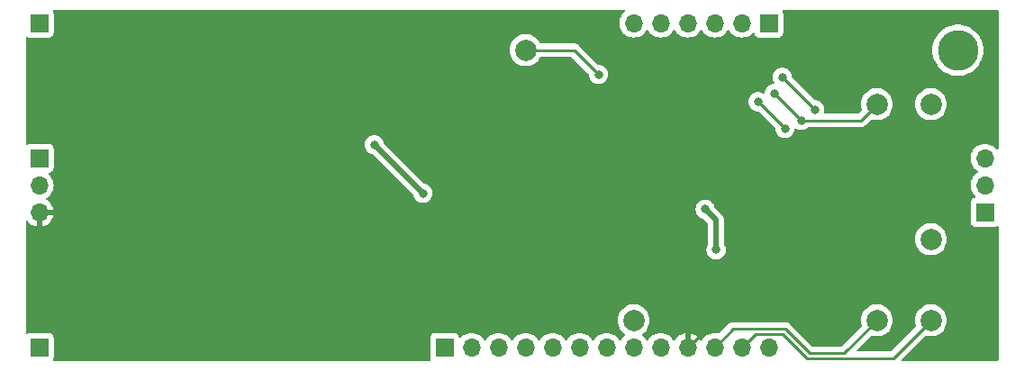
<source format=gbr>
%TF.SameCoordinates,Original*%
%TF.FileFunction,Copper,L2,Bot*%
%TF.FilePolarity,Positive*%
%FSLAX46Y46*%
G04 Gerber Fmt 4.6, Leading zero omitted, Abs format (unit mm)*
G04 Created by KiCad (PCBNEW (7.0.0)) date 2023-11-17 04:09:28*
%MOMM*%
%LPD*%
G01*
G04 APERTURE LIST*
%TA.AperFunction,ComponentPad*%
%ADD10R,1.700000X1.700000*%
%TD*%
%TA.AperFunction,ComponentPad*%
%ADD11O,1.700000X1.700000*%
%TD*%
%TA.AperFunction,ComponentPad*%
%ADD12C,2.000000*%
%TD*%
%TA.AperFunction,ComponentPad*%
%ADD13C,2.600000*%
%TD*%
%TA.AperFunction,ConnectorPad*%
%ADD14C,3.800000*%
%TD*%
%TA.AperFunction,ViaPad*%
%ADD15C,0.800000*%
%TD*%
%TA.AperFunction,Conductor*%
%ADD16C,0.250000*%
%TD*%
%TA.AperFunction,Conductor*%
%ADD17C,0.500000*%
%TD*%
G04 APERTURE END LIST*
D10*
%TO.P,J5,1,Pin_1*%
%TO.N,unconnected-(J5-Pin_1-Pad1)*%
X83819999Y-60959999D03*
%TD*%
%TO.P,J6,1,Pin_1*%
%TO.N,unconnected-(J6-Pin_1-Pad1)*%
X83819999Y-91439999D03*
%TD*%
%TO.P,J1,1,Pin_1*%
%TO.N,unconnected-(J1-Pin_1-Pad1)*%
X121919999Y-91439999D03*
D11*
%TO.P,J1,2,Pin_2*%
%TO.N,unconnected-(J1-Pin_2-Pad2)*%
X124459999Y-91439999D03*
%TO.P,J1,3,Pin_3*%
%TO.N,unconnected-(J1-Pin_3-Pad3)*%
X126999999Y-91439999D03*
%TO.P,J1,4,Pin_4*%
%TO.N,Net-(J1-Pin_4)*%
X129539999Y-91439999D03*
%TO.P,J1,5,Pin_5*%
%TO.N,Net-(J1-Pin_5)*%
X132079999Y-91439999D03*
%TO.P,J1,6,Pin_6*%
%TO.N,Net-(J1-Pin_6)*%
X134619999Y-91439999D03*
%TO.P,J1,7,Pin_7*%
%TO.N,Net-(J1-Pin_7)*%
X137159999Y-91439999D03*
%TO.P,J1,8,Pin_8*%
%TO.N,unconnected-(J1-Pin_8-Pad8)*%
X139699999Y-91439999D03*
%TO.P,J1,9,Pin_9*%
%TO.N,Net-(J1-Pin_9)*%
X142239999Y-91439999D03*
%TO.P,J1,10,Pin_10*%
%TO.N,GND*%
X144779999Y-91439999D03*
%TO.P,J1,11,Pin_11*%
%TO.N,Net-(J1-Pin_11)*%
X147319999Y-91439999D03*
%TO.P,J1,12,Pin_12*%
%TO.N,Net-(J1-Pin_12)*%
X149859999Y-91439999D03*
%TO.P,J1,13,Pin_13*%
%TO.N,Net-(J1-Pin_13)*%
X152399999Y-91439999D03*
%TD*%
D12*
%TO.P,TP6,1,1*%
%TO.N,Net-(J2-Pin_2)*%
X162560000Y-68580000D03*
%TD*%
D10*
%TO.P,J3,1,Pin_1*%
%TO.N,Net-(J3-Pin_1)*%
X152399999Y-60959999D03*
D11*
%TO.P,J3,2,Pin_2*%
%TO.N,Net-(J3-Pin_2)*%
X149859999Y-60959999D03*
%TO.P,J3,3,Pin_3*%
%TO.N,Net-(J3-Pin_3)*%
X147319999Y-60959999D03*
%TO.P,J3,4,Pin_4*%
%TO.N,Net-(J3-Pin_4)*%
X144779999Y-60959999D03*
%TO.P,J3,5,Pin_5*%
%TO.N,Net-(J3-Pin_5)*%
X142239999Y-60959999D03*
%TO.P,J3,6,Pin_6*%
%TO.N,Net-(J3-Pin_6)*%
X139699999Y-60959999D03*
%TD*%
D12*
%TO.P,TP5,1,1*%
%TO.N,Net-(J1-Pin_9)*%
X139700000Y-88900000D03*
%TD*%
D13*
%TO.P,H1,1*%
%TO.N,N/C*%
X170180000Y-63500000D03*
D14*
X170180000Y-63500000D03*
%TD*%
D12*
%TO.P,TP3,1,1*%
%TO.N,Net-(J1-Pin_12)*%
X167640000Y-88900000D03*
%TD*%
D10*
%TO.P,J2,1,Pin_1*%
%TO.N,Net-(J2-Pin_1)*%
X172719999Y-78739999D03*
D11*
%TO.P,J2,2,Pin_2*%
%TO.N,Net-(J2-Pin_2)*%
X172719999Y-76199999D03*
%TO.P,J2,3,Pin_3*%
%TO.N,Net-(J2-Pin_3)*%
X172719999Y-73659999D03*
%TD*%
D12*
%TO.P,TP1,1,1*%
%TO.N,Net-(U4-IN-)*%
X129540000Y-63500000D03*
%TD*%
%TO.P,TP4,1,1*%
%TO.N,Net-(J1-Pin_11)*%
X162560000Y-88900000D03*
%TD*%
%TO.P,TP2,1,1*%
%TO.N,Net-(J2-Pin_1)*%
X167640000Y-81280000D03*
%TD*%
%TO.P,TP7,1,1*%
%TO.N,Net-(J2-Pin_3)*%
X167640000Y-68580000D03*
%TD*%
D10*
%TO.P,J4,1,Pin_1*%
%TO.N,Net-(J4-Pin_1)*%
X83819999Y-73659999D03*
D11*
%TO.P,J4,2,Pin_2*%
%TO.N,Net-(J4-Pin_2)*%
X83819999Y-76199999D03*
%TO.P,J4,3,Pin_3*%
%TO.N,GND*%
X83819999Y-78739999D03*
%TD*%
D15*
%TO.N,GND*%
X129413000Y-77597000D03*
X119380000Y-60960000D03*
X106680000Y-60960000D03*
X114300000Y-60960000D03*
X114300000Y-83058000D03*
X147701000Y-84309000D03*
X157480000Y-83820000D03*
X104140000Y-60960000D03*
X104140000Y-91440000D03*
X99060000Y-91440000D03*
X157480000Y-81280000D03*
X121920000Y-83947000D03*
X152882600Y-62763400D03*
X83820000Y-71120000D03*
X93980000Y-91440000D03*
X165100000Y-74930000D03*
X150368000Y-87376000D03*
X139700000Y-86106000D03*
X109220000Y-91440000D03*
X172720000Y-83820000D03*
X91440000Y-83820000D03*
X138684000Y-67310000D03*
X96520000Y-83820000D03*
X160020000Y-60960000D03*
X88900000Y-91440000D03*
X99060000Y-72390000D03*
X165100000Y-83820000D03*
X124460000Y-72390000D03*
X111760000Y-60960000D03*
X106680000Y-91440000D03*
X148666200Y-62763400D03*
X172720000Y-68580000D03*
X114300000Y-87122000D03*
X134620000Y-60960000D03*
X96520000Y-91440000D03*
X83820000Y-86360000D03*
X162560000Y-60960000D03*
X109220000Y-60960000D03*
X116840000Y-91440000D03*
X128270000Y-88900000D03*
X83820000Y-66040000D03*
X129540000Y-60960000D03*
X172720000Y-91440000D03*
X91440000Y-91440000D03*
X137922000Y-81270000D03*
X93980000Y-83820000D03*
X129540000Y-72390000D03*
X127000000Y-60960000D03*
X96520000Y-60960000D03*
X88900000Y-72390000D03*
X137033000Y-88900000D03*
X109220000Y-72390000D03*
X83820000Y-63500000D03*
X134112000Y-65786000D03*
X132080000Y-72390000D03*
X101600000Y-91440000D03*
X152908000Y-88138000D03*
X157480000Y-60960000D03*
X99060000Y-60960000D03*
X91440000Y-72390000D03*
X130810000Y-88900000D03*
X138684000Y-77216000D03*
X172720000Y-88900000D03*
X142240000Y-80626000D03*
X133350000Y-88900000D03*
X88900000Y-83820000D03*
X139446000Y-64008000D03*
X142240000Y-86106000D03*
X121920000Y-60960000D03*
X143611600Y-62763400D03*
X157480000Y-86360000D03*
X116840000Y-60960000D03*
X157480000Y-78740000D03*
X99060000Y-83820000D03*
X91440000Y-60960000D03*
X172720000Y-66040000D03*
X83820000Y-83820000D03*
X172720000Y-60960000D03*
X141046200Y-62331600D03*
X86360000Y-83820000D03*
X165100000Y-77724000D03*
X138684000Y-70612000D03*
X127000000Y-72390000D03*
X101600000Y-60960000D03*
X157480000Y-76200000D03*
X121920000Y-72390000D03*
X111760000Y-91440000D03*
X96520000Y-72390000D03*
X86360000Y-60960000D03*
X132080000Y-60960000D03*
X114300000Y-78994000D03*
X134620000Y-86106000D03*
X101600000Y-72390000D03*
X146126200Y-62763400D03*
X137160000Y-86106000D03*
X111760000Y-72390000D03*
X83820000Y-68580000D03*
X88900000Y-60960000D03*
X114300000Y-91440000D03*
X145669000Y-88646000D03*
X93980000Y-72390000D03*
X167640000Y-60960000D03*
X104140000Y-72390000D03*
X143764000Y-68580000D03*
X83820000Y-81280000D03*
X124460000Y-60960000D03*
X93980000Y-60960000D03*
X172720000Y-86360000D03*
X106680000Y-72390000D03*
X157480000Y-88900000D03*
X172720000Y-71120000D03*
X83820000Y-88900000D03*
X143256000Y-89281000D03*
X151638000Y-75438000D03*
X165100000Y-60960000D03*
X86360000Y-91440000D03*
X119380000Y-72390000D03*
%TO.N,Net-(J2-Pin_1)*%
X153924000Y-70866000D03*
X151384000Y-68361000D03*
%TO.N,Net-(J2-Pin_2)*%
X155448000Y-70104000D03*
X152908000Y-67599000D03*
%TO.N,Net-(J4-Pin_1)*%
X146431000Y-78467000D03*
X115316000Y-72390000D03*
X147447000Y-82277000D03*
X119888000Y-76962000D03*
%TO.N,Net-(J2-Pin_3)*%
X153670000Y-66040000D03*
X156718000Y-69088000D03*
%TO.N,Net-(U4-IN-)*%
X136398000Y-65786000D03*
%TD*%
D16*
%TO.N,GND*%
X145796000Y-88773000D02*
X145669000Y-88646000D01*
X145796000Y-90424000D02*
X145796000Y-88773000D01*
X144780000Y-91440000D02*
X145796000Y-90424000D01*
%TO.N,Net-(J2-Pin_1)*%
X151419000Y-68361000D02*
X153924000Y-70866000D01*
X151384000Y-68361000D02*
X151419000Y-68361000D01*
%TO.N,Net-(J2-Pin_2)*%
X152908000Y-67599000D02*
X152943000Y-67599000D01*
X155448000Y-70104000D02*
X161036000Y-70104000D01*
X152943000Y-67599000D02*
X155448000Y-70104000D01*
X161036000Y-70104000D02*
X162560000Y-68580000D01*
%TO.N,Net-(J1-Pin_12)*%
X155956000Y-92456000D02*
X164084000Y-92456000D01*
X151130000Y-90170000D02*
X153670000Y-90170000D01*
X164084000Y-92456000D02*
X167640000Y-88900000D01*
X153670000Y-90170000D02*
X155956000Y-92456000D01*
X149860000Y-91440000D02*
X151130000Y-90170000D01*
D17*
%TO.N,Net-(J4-Pin_1)*%
X147447000Y-82277000D02*
X147447000Y-79483000D01*
X119888000Y-76962000D02*
X115316000Y-72390000D01*
X147447000Y-79483000D02*
X146431000Y-78467000D01*
D16*
%TO.N,Net-(J2-Pin_3)*%
X153670000Y-66040000D02*
X156718000Y-69088000D01*
%TO.N,Net-(J1-Pin_11)*%
X147320000Y-91440000D02*
X149040000Y-89720000D01*
X149040000Y-89720000D02*
X153982000Y-89720000D01*
X156268000Y-92006000D02*
X159454000Y-92006000D01*
X159454000Y-92006000D02*
X162560000Y-88900000D01*
X153982000Y-89720000D02*
X156268000Y-92006000D01*
%TO.N,Net-(U4-IN-)*%
X134112000Y-63500000D02*
X129540000Y-63500000D01*
X136398000Y-65786000D02*
X134112000Y-63500000D01*
%TD*%
%TA.AperFunction,Conductor*%
%TO.N,GND*%
G36*
X138825348Y-59706047D02*
G01*
X138870389Y-59748790D01*
X138889061Y-59808011D01*
X138876681Y-59868859D01*
X138836356Y-59916073D01*
X138833530Y-59918051D01*
X138833031Y-59918402D01*
X138828599Y-59921505D01*
X138824775Y-59925328D01*
X138824769Y-59925334D01*
X138665334Y-60084769D01*
X138665328Y-60084775D01*
X138661505Y-60088599D01*
X138658402Y-60093029D01*
X138658399Y-60093034D01*
X138529073Y-60277731D01*
X138529068Y-60277738D01*
X138525965Y-60282171D01*
X138523677Y-60287077D01*
X138523675Y-60287081D01*
X138428386Y-60491427D01*
X138428383Y-60491432D01*
X138426097Y-60496337D01*
X138424698Y-60501557D01*
X138424694Y-60501569D01*
X138366337Y-60719365D01*
X138366335Y-60719371D01*
X138364937Y-60724592D01*
X138344341Y-60960000D01*
X138344813Y-60965395D01*
X138356588Y-61099988D01*
X138364937Y-61195408D01*
X138366336Y-61200630D01*
X138366337Y-61200634D01*
X138424694Y-61418430D01*
X138424697Y-61418438D01*
X138426097Y-61423663D01*
X138428385Y-61428570D01*
X138428386Y-61428572D01*
X138523678Y-61632927D01*
X138523681Y-61632933D01*
X138525965Y-61637830D01*
X138529064Y-61642257D01*
X138529066Y-61642259D01*
X138658399Y-61826966D01*
X138658402Y-61826970D01*
X138661505Y-61831401D01*
X138828599Y-61998495D01*
X138833031Y-62001598D01*
X138833033Y-62001600D01*
X138949612Y-62083229D01*
X139022170Y-62134035D01*
X139236337Y-62233903D01*
X139241567Y-62235304D01*
X139241569Y-62235305D01*
X139269086Y-62242678D01*
X139464592Y-62295063D01*
X139700000Y-62315659D01*
X139935408Y-62295063D01*
X140163663Y-62233903D01*
X140377830Y-62134035D01*
X140571401Y-61998495D01*
X140738495Y-61831401D01*
X140868424Y-61645842D01*
X140912743Y-61606976D01*
X140970000Y-61592965D01*
X141027257Y-61606976D01*
X141071575Y-61645842D01*
X141198395Y-61826961D01*
X141198401Y-61826968D01*
X141201505Y-61831401D01*
X141368599Y-61998495D01*
X141373031Y-62001598D01*
X141373033Y-62001600D01*
X141489612Y-62083229D01*
X141562170Y-62134035D01*
X141776337Y-62233903D01*
X141781567Y-62235304D01*
X141781569Y-62235305D01*
X141809086Y-62242678D01*
X142004592Y-62295063D01*
X142240000Y-62315659D01*
X142475408Y-62295063D01*
X142703663Y-62233903D01*
X142917830Y-62134035D01*
X143111401Y-61998495D01*
X143278495Y-61831401D01*
X143408424Y-61645842D01*
X143452743Y-61606976D01*
X143510000Y-61592965D01*
X143567257Y-61606976D01*
X143611575Y-61645842D01*
X143738395Y-61826961D01*
X143738401Y-61826968D01*
X143741505Y-61831401D01*
X143908599Y-61998495D01*
X143913031Y-62001598D01*
X143913033Y-62001600D01*
X144029612Y-62083229D01*
X144102170Y-62134035D01*
X144316337Y-62233903D01*
X144321567Y-62235304D01*
X144321569Y-62235305D01*
X144349086Y-62242678D01*
X144544592Y-62295063D01*
X144780000Y-62315659D01*
X145015408Y-62295063D01*
X145243663Y-62233903D01*
X145457830Y-62134035D01*
X145651401Y-61998495D01*
X145818495Y-61831401D01*
X145948424Y-61645842D01*
X145992743Y-61606976D01*
X146050000Y-61592965D01*
X146107257Y-61606976D01*
X146151575Y-61645842D01*
X146278395Y-61826961D01*
X146278401Y-61826968D01*
X146281505Y-61831401D01*
X146448599Y-61998495D01*
X146453031Y-62001598D01*
X146453033Y-62001600D01*
X146569612Y-62083229D01*
X146642170Y-62134035D01*
X146856337Y-62233903D01*
X146861567Y-62235304D01*
X146861569Y-62235305D01*
X146889086Y-62242678D01*
X147084592Y-62295063D01*
X147320000Y-62315659D01*
X147555408Y-62295063D01*
X147783663Y-62233903D01*
X147997830Y-62134035D01*
X148191401Y-61998495D01*
X148358495Y-61831401D01*
X148488424Y-61645842D01*
X148532743Y-61606976D01*
X148590000Y-61592965D01*
X148647257Y-61606976D01*
X148691575Y-61645842D01*
X148818395Y-61826961D01*
X148818401Y-61826968D01*
X148821505Y-61831401D01*
X148988599Y-61998495D01*
X148993031Y-62001598D01*
X148993033Y-62001600D01*
X149109612Y-62083229D01*
X149182170Y-62134035D01*
X149396337Y-62233903D01*
X149401567Y-62235304D01*
X149401569Y-62235305D01*
X149429086Y-62242678D01*
X149624592Y-62295063D01*
X149860000Y-62315659D01*
X150095408Y-62295063D01*
X150323663Y-62233903D01*
X150537830Y-62134035D01*
X150731401Y-61998495D01*
X150853329Y-61876566D01*
X150906072Y-61845273D01*
X150967365Y-61843084D01*
X151022210Y-61870537D01*
X151057189Y-61920916D01*
X151106204Y-62052331D01*
X151111518Y-62059430D01*
X151111519Y-62059431D01*
X151167367Y-62134035D01*
X151192454Y-62167546D01*
X151307669Y-62253796D01*
X151442517Y-62304091D01*
X151502127Y-62310500D01*
X153297872Y-62310499D01*
X153357483Y-62304091D01*
X153492331Y-62253796D01*
X153607546Y-62167546D01*
X153693796Y-62052331D01*
X153744091Y-61917483D01*
X153750500Y-61857873D01*
X153750499Y-60062128D01*
X153744091Y-60002517D01*
X153693796Y-59867669D01*
X153693796Y-59867668D01*
X153694199Y-59867518D01*
X153680627Y-59812288D01*
X153697965Y-59751227D01*
X153743247Y-59706746D01*
X153804607Y-59690500D01*
X173865500Y-59690500D01*
X173927500Y-59707113D01*
X173972887Y-59752500D01*
X173989500Y-59814500D01*
X173989500Y-72725231D01*
X173973953Y-72785348D01*
X173931210Y-72830389D01*
X173871989Y-72849061D01*
X173811141Y-72836681D01*
X173763926Y-72796356D01*
X173758495Y-72788599D01*
X173591401Y-72621505D01*
X173586970Y-72618402D01*
X173586966Y-72618399D01*
X173402259Y-72489066D01*
X173402257Y-72489064D01*
X173397830Y-72485965D01*
X173392933Y-72483681D01*
X173392927Y-72483678D01*
X173188572Y-72388386D01*
X173188570Y-72388385D01*
X173183663Y-72386097D01*
X173178438Y-72384697D01*
X173178430Y-72384694D01*
X172960634Y-72326337D01*
X172960630Y-72326336D01*
X172955408Y-72324937D01*
X172950020Y-72324465D01*
X172950017Y-72324465D01*
X172725395Y-72304813D01*
X172720000Y-72304341D01*
X172714605Y-72304813D01*
X172489982Y-72324465D01*
X172489977Y-72324465D01*
X172484592Y-72324937D01*
X172479371Y-72326335D01*
X172479365Y-72326337D01*
X172261569Y-72384694D01*
X172261557Y-72384698D01*
X172256337Y-72386097D01*
X172251432Y-72388383D01*
X172251427Y-72388386D01*
X172047081Y-72483675D01*
X172047077Y-72483677D01*
X172042171Y-72485965D01*
X172037738Y-72489068D01*
X172037731Y-72489073D01*
X171853034Y-72618399D01*
X171853029Y-72618402D01*
X171848599Y-72621505D01*
X171844775Y-72625328D01*
X171844769Y-72625334D01*
X171685334Y-72784769D01*
X171685328Y-72784775D01*
X171681505Y-72788599D01*
X171678402Y-72793029D01*
X171678399Y-72793034D01*
X171549073Y-72977731D01*
X171549068Y-72977738D01*
X171545965Y-72982171D01*
X171543677Y-72987077D01*
X171543675Y-72987081D01*
X171448386Y-73191427D01*
X171448383Y-73191432D01*
X171446097Y-73196337D01*
X171444698Y-73201557D01*
X171444694Y-73201569D01*
X171386337Y-73419365D01*
X171386335Y-73419371D01*
X171384937Y-73424592D01*
X171364341Y-73660000D01*
X171384937Y-73895408D01*
X171386336Y-73900630D01*
X171386337Y-73900634D01*
X171444694Y-74118430D01*
X171444697Y-74118438D01*
X171446097Y-74123663D01*
X171448385Y-74128570D01*
X171448386Y-74128572D01*
X171543678Y-74332927D01*
X171543681Y-74332933D01*
X171545965Y-74337830D01*
X171549064Y-74342257D01*
X171549066Y-74342259D01*
X171678399Y-74526966D01*
X171678402Y-74526969D01*
X171681505Y-74531401D01*
X171848599Y-74698495D01*
X171853032Y-74701599D01*
X171853038Y-74701604D01*
X172034158Y-74828425D01*
X172073024Y-74872743D01*
X172087035Y-74930000D01*
X172073024Y-74987257D01*
X172034159Y-75031575D01*
X171853041Y-75158395D01*
X171848599Y-75161505D01*
X171844775Y-75165328D01*
X171844769Y-75165334D01*
X171685334Y-75324769D01*
X171685328Y-75324775D01*
X171681505Y-75328599D01*
X171678402Y-75333029D01*
X171678399Y-75333034D01*
X171549073Y-75517731D01*
X171549068Y-75517738D01*
X171545965Y-75522171D01*
X171543677Y-75527077D01*
X171543675Y-75527081D01*
X171448386Y-75731427D01*
X171448383Y-75731432D01*
X171446097Y-75736337D01*
X171444698Y-75741557D01*
X171444694Y-75741569D01*
X171386337Y-75959365D01*
X171386335Y-75959371D01*
X171384937Y-75964592D01*
X171384465Y-75969977D01*
X171384465Y-75969982D01*
X171374226Y-76087011D01*
X171364341Y-76200000D01*
X171364813Y-76205395D01*
X171384022Y-76424956D01*
X171384937Y-76435408D01*
X171386336Y-76440630D01*
X171386337Y-76440634D01*
X171444694Y-76658430D01*
X171444697Y-76658438D01*
X171446097Y-76663663D01*
X171448385Y-76668570D01*
X171448386Y-76668572D01*
X171543678Y-76872927D01*
X171543681Y-76872933D01*
X171545965Y-76877830D01*
X171549064Y-76882257D01*
X171549066Y-76882259D01*
X171678399Y-77066966D01*
X171678402Y-77066969D01*
X171681505Y-77071401D01*
X171685336Y-77075232D01*
X171803430Y-77193326D01*
X171834726Y-77246072D01*
X171836915Y-77307365D01*
X171809462Y-77362210D01*
X171759083Y-77397189D01*
X171643702Y-77440223D01*
X171627669Y-77446204D01*
X171620572Y-77451516D01*
X171620568Y-77451519D01*
X171519550Y-77527141D01*
X171519546Y-77527144D01*
X171512454Y-77532454D01*
X171507144Y-77539546D01*
X171507141Y-77539550D01*
X171431519Y-77640568D01*
X171431516Y-77640572D01*
X171426204Y-77647669D01*
X171423104Y-77655978D01*
X171423104Y-77655980D01*
X171378620Y-77775247D01*
X171378619Y-77775250D01*
X171375909Y-77782517D01*
X171375079Y-77790227D01*
X171375079Y-77790232D01*
X171369855Y-77838819D01*
X171369854Y-77838831D01*
X171369500Y-77842127D01*
X171369500Y-77845448D01*
X171369500Y-77845449D01*
X171369500Y-79634560D01*
X171369500Y-79634578D01*
X171369501Y-79637872D01*
X171369853Y-79641150D01*
X171369854Y-79641161D01*
X171375079Y-79689768D01*
X171375080Y-79689773D01*
X171375909Y-79697483D01*
X171378619Y-79704749D01*
X171378620Y-79704753D01*
X171398312Y-79757549D01*
X171426204Y-79832331D01*
X171512454Y-79947546D01*
X171627669Y-80033796D01*
X171762517Y-80084091D01*
X171822127Y-80090500D01*
X173617872Y-80090499D01*
X173677483Y-80084091D01*
X173812331Y-80033796D01*
X173812481Y-80034199D01*
X173867712Y-80020627D01*
X173928773Y-80037965D01*
X173973254Y-80083247D01*
X173989500Y-80144607D01*
X173989500Y-92585500D01*
X173972887Y-92647500D01*
X173927500Y-92692887D01*
X173865500Y-92709500D01*
X165014452Y-92709500D01*
X164958157Y-92695985D01*
X164914134Y-92658385D01*
X164891979Y-92604898D01*
X164896521Y-92547182D01*
X164926771Y-92497819D01*
X165985451Y-91439139D01*
X167062772Y-90361817D01*
X167122502Y-90328691D01*
X167190713Y-90332218D01*
X167270386Y-90359571D01*
X167515665Y-90400500D01*
X167759201Y-90400500D01*
X167764335Y-90400500D01*
X168009614Y-90359571D01*
X168244810Y-90278828D01*
X168463509Y-90160474D01*
X168659744Y-90007738D01*
X168828164Y-89824785D01*
X168964173Y-89616607D01*
X169064063Y-89388881D01*
X169125108Y-89147821D01*
X169145643Y-88900000D01*
X169125108Y-88652179D01*
X169064063Y-88411119D01*
X168964173Y-88183393D01*
X168828164Y-87975215D01*
X168659744Y-87792262D01*
X168463509Y-87639526D01*
X168458997Y-87637084D01*
X168249316Y-87523610D01*
X168249310Y-87523607D01*
X168244810Y-87521172D01*
X168239969Y-87519510D01*
X168239962Y-87519507D01*
X168014465Y-87442094D01*
X168014461Y-87442093D01*
X168009614Y-87440429D01*
X168000768Y-87438952D01*
X167769398Y-87400344D01*
X167769387Y-87400343D01*
X167764335Y-87399500D01*
X167515665Y-87399500D01*
X167510613Y-87400343D01*
X167510601Y-87400344D01*
X167275443Y-87439585D01*
X167275441Y-87439585D01*
X167270386Y-87440429D01*
X167265541Y-87442092D01*
X167265534Y-87442094D01*
X167040037Y-87519507D01*
X167040026Y-87519511D01*
X167035190Y-87521172D01*
X167030693Y-87523605D01*
X167030683Y-87523610D01*
X166821002Y-87637084D01*
X166820995Y-87637088D01*
X166816491Y-87639526D01*
X166812448Y-87642672D01*
X166812440Y-87642678D01*
X166624304Y-87789111D01*
X166620256Y-87792262D01*
X166616793Y-87796023D01*
X166616784Y-87796032D01*
X166455311Y-87971439D01*
X166455305Y-87971446D01*
X166451836Y-87975215D01*
X166449031Y-87979506D01*
X166449028Y-87979512D01*
X166318631Y-88179099D01*
X166318624Y-88179111D01*
X166315827Y-88183393D01*
X166313772Y-88188077D01*
X166313766Y-88188089D01*
X166217997Y-88406422D01*
X166215937Y-88411119D01*
X166214679Y-88416084D01*
X166214678Y-88416089D01*
X166156151Y-88647204D01*
X166156149Y-88647213D01*
X166154892Y-88652179D01*
X166154468Y-88657288D01*
X166154467Y-88657298D01*
X166134781Y-88894883D01*
X166134357Y-88900000D01*
X166134781Y-88905117D01*
X166154467Y-89142701D01*
X166154468Y-89142709D01*
X166154892Y-89147821D01*
X166156149Y-89152788D01*
X166156151Y-89152795D01*
X166208863Y-89360948D01*
X166208208Y-89424306D01*
X166176338Y-89479069D01*
X163861228Y-91794181D01*
X163821000Y-91821061D01*
X163773547Y-91830500D01*
X160813452Y-91830500D01*
X160757157Y-91816985D01*
X160713134Y-91779385D01*
X160690979Y-91725898D01*
X160695521Y-91668182D01*
X160725771Y-91618819D01*
X161256027Y-91088563D01*
X161982772Y-90361817D01*
X162042502Y-90328691D01*
X162110713Y-90332218D01*
X162190386Y-90359571D01*
X162435665Y-90400500D01*
X162679201Y-90400500D01*
X162684335Y-90400500D01*
X162929614Y-90359571D01*
X163164810Y-90278828D01*
X163383509Y-90160474D01*
X163579744Y-90007738D01*
X163748164Y-89824785D01*
X163884173Y-89616607D01*
X163984063Y-89388881D01*
X164045108Y-89147821D01*
X164065643Y-88900000D01*
X164045108Y-88652179D01*
X163984063Y-88411119D01*
X163884173Y-88183393D01*
X163748164Y-87975215D01*
X163579744Y-87792262D01*
X163383509Y-87639526D01*
X163378997Y-87637084D01*
X163169316Y-87523610D01*
X163169310Y-87523607D01*
X163164810Y-87521172D01*
X163159969Y-87519510D01*
X163159962Y-87519507D01*
X162934465Y-87442094D01*
X162934461Y-87442093D01*
X162929614Y-87440429D01*
X162920768Y-87438952D01*
X162689398Y-87400344D01*
X162689387Y-87400343D01*
X162684335Y-87399500D01*
X162435665Y-87399500D01*
X162430613Y-87400343D01*
X162430601Y-87400344D01*
X162195443Y-87439585D01*
X162195441Y-87439585D01*
X162190386Y-87440429D01*
X162185541Y-87442092D01*
X162185534Y-87442094D01*
X161960037Y-87519507D01*
X161960026Y-87519511D01*
X161955190Y-87521172D01*
X161950693Y-87523605D01*
X161950683Y-87523610D01*
X161741002Y-87637084D01*
X161740995Y-87637088D01*
X161736491Y-87639526D01*
X161732448Y-87642672D01*
X161732440Y-87642678D01*
X161544304Y-87789111D01*
X161540256Y-87792262D01*
X161536793Y-87796023D01*
X161536784Y-87796032D01*
X161375311Y-87971439D01*
X161375305Y-87971446D01*
X161371836Y-87975215D01*
X161369031Y-87979506D01*
X161369028Y-87979512D01*
X161238631Y-88179099D01*
X161238624Y-88179111D01*
X161235827Y-88183393D01*
X161233772Y-88188077D01*
X161233766Y-88188089D01*
X161137997Y-88406422D01*
X161135937Y-88411119D01*
X161134679Y-88416084D01*
X161134678Y-88416089D01*
X161076151Y-88647204D01*
X161076149Y-88647213D01*
X161074892Y-88652179D01*
X161074468Y-88657288D01*
X161074467Y-88657298D01*
X161054781Y-88894883D01*
X161054357Y-88900000D01*
X161054781Y-88905117D01*
X161074467Y-89142701D01*
X161074468Y-89142709D01*
X161074892Y-89147821D01*
X161076149Y-89152788D01*
X161076151Y-89152795D01*
X161128863Y-89360948D01*
X161128208Y-89424306D01*
X161096338Y-89479069D01*
X159231228Y-91344181D01*
X159191000Y-91371061D01*
X159143547Y-91380500D01*
X156578453Y-91380500D01*
X156531000Y-91371061D01*
X156490772Y-91344181D01*
X154479286Y-89332695D01*
X154471842Y-89324514D01*
X154467786Y-89318123D01*
X154418775Y-89272098D01*
X154415978Y-89269387D01*
X154399227Y-89252636D01*
X154399227Y-89252635D01*
X154396471Y-89249880D01*
X154393290Y-89247412D01*
X154384414Y-89239830D01*
X154358269Y-89215278D01*
X154358267Y-89215276D01*
X154352582Y-89209938D01*
X154345749Y-89206182D01*
X154345743Y-89206177D01*
X154335025Y-89200285D01*
X154318766Y-89189606D01*
X154309095Y-89182104D01*
X154309092Y-89182102D01*
X154302936Y-89177327D01*
X154295779Y-89174229D01*
X154295776Y-89174228D01*
X154262849Y-89159978D01*
X154252363Y-89154841D01*
X154220932Y-89137562D01*
X154220923Y-89137558D01*
X154214092Y-89133803D01*
X154206535Y-89131862D01*
X154206531Y-89131861D01*
X154194688Y-89128820D01*
X154176284Y-89122519D01*
X154165057Y-89117660D01*
X154165050Y-89117658D01*
X154157896Y-89114562D01*
X154150192Y-89113341D01*
X154150190Y-89113341D01*
X154114759Y-89107729D01*
X154103324Y-89105361D01*
X154068571Y-89096438D01*
X154068563Y-89096437D01*
X154061019Y-89094500D01*
X154053223Y-89094500D01*
X154040983Y-89094500D01*
X154021597Y-89092974D01*
X154001804Y-89089840D01*
X153994038Y-89090574D01*
X153994035Y-89090574D01*
X153958324Y-89093950D01*
X153946655Y-89094500D01*
X149117771Y-89094500D01*
X149106718Y-89093979D01*
X149099332Y-89092328D01*
X149091534Y-89092573D01*
X149032144Y-89094439D01*
X149028250Y-89094500D01*
X149000650Y-89094500D01*
X148996799Y-89094986D01*
X148996768Y-89094988D01*
X148996640Y-89095005D01*
X148985029Y-89095918D01*
X148949167Y-89097045D01*
X148949159Y-89097046D01*
X148941373Y-89097291D01*
X148933885Y-89099466D01*
X148933886Y-89099466D01*
X148922134Y-89102880D01*
X148903095Y-89106822D01*
X148890948Y-89108357D01*
X148890940Y-89108358D01*
X148883208Y-89109336D01*
X148875962Y-89112204D01*
X148875957Y-89112206D01*
X148842585Y-89125419D01*
X148831539Y-89129200D01*
X148824048Y-89131377D01*
X148797094Y-89139208D01*
X148797089Y-89139209D01*
X148789610Y-89141383D01*
X148782908Y-89145346D01*
X148782897Y-89145351D01*
X148772364Y-89151581D01*
X148754900Y-89160136D01*
X148743524Y-89164640D01*
X148743517Y-89164643D01*
X148736268Y-89167514D01*
X148729962Y-89172094D01*
X148729957Y-89172098D01*
X148700927Y-89193189D01*
X148691169Y-89199598D01*
X148660298Y-89217856D01*
X148653579Y-89221830D01*
X148648063Y-89227344D01*
X148648056Y-89227351D01*
X148639407Y-89236000D01*
X148624624Y-89248626D01*
X148614727Y-89255817D01*
X148614720Y-89255823D01*
X148608413Y-89260406D01*
X148603446Y-89266408D01*
X148603435Y-89266420D01*
X148580570Y-89294059D01*
X148572710Y-89302697D01*
X147775646Y-90099761D01*
X147720059Y-90131855D01*
X147655873Y-90131855D01*
X147560637Y-90106338D01*
X147560636Y-90106337D01*
X147555408Y-90104937D01*
X147550020Y-90104465D01*
X147550017Y-90104465D01*
X147325395Y-90084813D01*
X147320000Y-90084341D01*
X147314605Y-90084813D01*
X147089982Y-90104465D01*
X147089977Y-90104465D01*
X147084592Y-90104937D01*
X147079371Y-90106335D01*
X147079365Y-90106337D01*
X146861569Y-90164694D01*
X146861557Y-90164698D01*
X146856337Y-90166097D01*
X146851432Y-90168383D01*
X146851427Y-90168386D01*
X146647081Y-90263675D01*
X146647077Y-90263677D01*
X146642171Y-90265965D01*
X146637738Y-90269068D01*
X146637731Y-90269073D01*
X146453034Y-90398399D01*
X146453032Y-90398401D01*
X146448599Y-90401505D01*
X146444775Y-90405328D01*
X146444769Y-90405334D01*
X146285334Y-90564769D01*
X146285328Y-90564775D01*
X146281505Y-90568599D01*
X146278403Y-90573028D01*
X146278403Y-90573029D01*
X146151269Y-90754596D01*
X146106951Y-90793461D01*
X146049694Y-90807472D01*
X145992437Y-90793461D01*
X145948119Y-90754595D01*
X145821215Y-90573357D01*
X145814280Y-90565092D01*
X145654909Y-90405721D01*
X145646643Y-90398784D01*
X145462008Y-90269501D01*
X145452676Y-90264113D01*
X145248397Y-90168856D01*
X145238263Y-90165168D01*
X145043780Y-90113056D01*
X145032551Y-90112688D01*
X145030000Y-90123631D01*
X145030000Y-91566000D01*
X145013387Y-91628000D01*
X144968000Y-91673387D01*
X144906000Y-91690000D01*
X144654000Y-91690000D01*
X144592000Y-91673387D01*
X144546613Y-91628000D01*
X144530000Y-91566000D01*
X144530000Y-90123631D01*
X144527448Y-90112688D01*
X144516219Y-90113056D01*
X144321736Y-90165168D01*
X144311602Y-90168856D01*
X144107332Y-90264110D01*
X144097982Y-90269508D01*
X143913357Y-90398784D01*
X143905092Y-90405719D01*
X143745719Y-90565092D01*
X143738788Y-90573352D01*
X143611880Y-90754596D01*
X143567562Y-90793461D01*
X143510305Y-90807472D01*
X143453048Y-90793461D01*
X143408730Y-90754595D01*
X143408425Y-90754159D01*
X143278495Y-90568599D01*
X143111401Y-90401505D01*
X143106968Y-90398401D01*
X143106966Y-90398399D01*
X142922259Y-90269066D01*
X142922257Y-90269064D01*
X142917830Y-90265965D01*
X142912933Y-90263681D01*
X142912927Y-90263678D01*
X142708572Y-90168386D01*
X142708570Y-90168385D01*
X142703663Y-90166097D01*
X142698438Y-90164697D01*
X142698430Y-90164694D01*
X142480634Y-90106337D01*
X142480630Y-90106336D01*
X142475408Y-90104937D01*
X142470020Y-90104465D01*
X142470017Y-90104465D01*
X142245395Y-90084813D01*
X142240000Y-90084341D01*
X142234605Y-90084813D01*
X142009982Y-90104465D01*
X142009977Y-90104465D01*
X142004592Y-90104937D01*
X141999371Y-90106335D01*
X141999365Y-90106337D01*
X141781569Y-90164694D01*
X141781557Y-90164698D01*
X141776337Y-90166097D01*
X141771432Y-90168383D01*
X141771427Y-90168386D01*
X141567081Y-90263675D01*
X141567077Y-90263677D01*
X141562171Y-90265965D01*
X141557738Y-90269068D01*
X141557731Y-90269073D01*
X141373034Y-90398399D01*
X141373032Y-90398401D01*
X141368599Y-90401505D01*
X141364775Y-90405328D01*
X141364769Y-90405334D01*
X141205334Y-90564769D01*
X141205328Y-90564775D01*
X141201505Y-90568599D01*
X141198402Y-90573029D01*
X141198399Y-90573034D01*
X141071575Y-90754159D01*
X141027257Y-90793025D01*
X140970000Y-90807036D01*
X140912743Y-90793025D01*
X140868425Y-90754159D01*
X140857327Y-90738310D01*
X140738495Y-90568599D01*
X140571401Y-90401505D01*
X140566968Y-90398401D01*
X140566961Y-90398395D01*
X140519980Y-90365499D01*
X140480656Y-90320293D01*
X140467119Y-90261927D01*
X140482529Y-90204027D01*
X140522388Y-90161080D01*
X140523509Y-90160474D01*
X140719744Y-90007738D01*
X140888164Y-89824785D01*
X141024173Y-89616607D01*
X141124063Y-89388881D01*
X141185108Y-89147821D01*
X141205643Y-88900000D01*
X141185108Y-88652179D01*
X141124063Y-88411119D01*
X141024173Y-88183393D01*
X140888164Y-87975215D01*
X140719744Y-87792262D01*
X140523509Y-87639526D01*
X140518997Y-87637084D01*
X140309316Y-87523610D01*
X140309310Y-87523607D01*
X140304810Y-87521172D01*
X140299969Y-87519510D01*
X140299962Y-87519507D01*
X140074465Y-87442094D01*
X140074461Y-87442093D01*
X140069614Y-87440429D01*
X140060768Y-87438952D01*
X139829398Y-87400344D01*
X139829387Y-87400343D01*
X139824335Y-87399500D01*
X139575665Y-87399500D01*
X139570613Y-87400343D01*
X139570601Y-87400344D01*
X139335443Y-87439585D01*
X139335441Y-87439585D01*
X139330386Y-87440429D01*
X139325541Y-87442092D01*
X139325534Y-87442094D01*
X139100037Y-87519507D01*
X139100026Y-87519511D01*
X139095190Y-87521172D01*
X139090693Y-87523605D01*
X139090683Y-87523610D01*
X138881002Y-87637084D01*
X138880995Y-87637088D01*
X138876491Y-87639526D01*
X138872448Y-87642672D01*
X138872440Y-87642678D01*
X138684304Y-87789111D01*
X138680256Y-87792262D01*
X138676793Y-87796023D01*
X138676784Y-87796032D01*
X138515311Y-87971439D01*
X138515305Y-87971446D01*
X138511836Y-87975215D01*
X138509031Y-87979506D01*
X138509028Y-87979512D01*
X138378631Y-88179099D01*
X138378624Y-88179111D01*
X138375827Y-88183393D01*
X138373772Y-88188077D01*
X138373766Y-88188089D01*
X138277997Y-88406422D01*
X138275937Y-88411119D01*
X138274679Y-88416084D01*
X138274678Y-88416089D01*
X138216151Y-88647204D01*
X138216149Y-88647213D01*
X138214892Y-88652179D01*
X138214468Y-88657288D01*
X138214467Y-88657298D01*
X138194781Y-88894883D01*
X138194357Y-88900000D01*
X138194781Y-88905117D01*
X138214467Y-89142701D01*
X138214468Y-89142709D01*
X138214892Y-89147821D01*
X138216149Y-89152788D01*
X138216151Y-89152795D01*
X138268863Y-89360948D01*
X138275937Y-89388881D01*
X138277997Y-89393577D01*
X138373766Y-89611910D01*
X138373769Y-89611916D01*
X138375827Y-89616607D01*
X138378627Y-89620893D01*
X138378631Y-89620900D01*
X138506675Y-89816885D01*
X138511836Y-89824785D01*
X138515310Y-89828559D01*
X138515311Y-89828560D01*
X138676784Y-90003967D01*
X138676787Y-90003970D01*
X138680256Y-90007738D01*
X138876491Y-90160474D01*
X138877614Y-90161081D01*
X138917472Y-90204031D01*
X138932880Y-90261929D01*
X138919343Y-90320293D01*
X138880021Y-90365498D01*
X138833329Y-90398192D01*
X138828599Y-90401505D01*
X138824775Y-90405328D01*
X138824769Y-90405334D01*
X138665334Y-90564769D01*
X138665328Y-90564775D01*
X138661505Y-90568599D01*
X138658402Y-90573029D01*
X138658399Y-90573034D01*
X138531575Y-90754159D01*
X138487257Y-90793025D01*
X138430000Y-90807036D01*
X138372743Y-90793025D01*
X138328425Y-90754159D01*
X138317327Y-90738310D01*
X138198495Y-90568599D01*
X138031401Y-90401505D01*
X138026968Y-90398401D01*
X138026966Y-90398399D01*
X137842259Y-90269066D01*
X137842257Y-90269064D01*
X137837830Y-90265965D01*
X137832933Y-90263681D01*
X137832927Y-90263678D01*
X137628572Y-90168386D01*
X137628570Y-90168385D01*
X137623663Y-90166097D01*
X137618438Y-90164697D01*
X137618430Y-90164694D01*
X137400634Y-90106337D01*
X137400630Y-90106336D01*
X137395408Y-90104937D01*
X137390020Y-90104465D01*
X137390017Y-90104465D01*
X137165395Y-90084813D01*
X137160000Y-90084341D01*
X137154605Y-90084813D01*
X136929982Y-90104465D01*
X136929977Y-90104465D01*
X136924592Y-90104937D01*
X136919371Y-90106335D01*
X136919365Y-90106337D01*
X136701569Y-90164694D01*
X136701557Y-90164698D01*
X136696337Y-90166097D01*
X136691432Y-90168383D01*
X136691427Y-90168386D01*
X136487081Y-90263675D01*
X136487077Y-90263677D01*
X136482171Y-90265965D01*
X136477738Y-90269068D01*
X136477731Y-90269073D01*
X136293034Y-90398399D01*
X136293032Y-90398401D01*
X136288599Y-90401505D01*
X136284775Y-90405328D01*
X136284769Y-90405334D01*
X136125334Y-90564769D01*
X136125328Y-90564775D01*
X136121505Y-90568599D01*
X136118402Y-90573029D01*
X136118399Y-90573034D01*
X135991575Y-90754159D01*
X135947257Y-90793025D01*
X135890000Y-90807036D01*
X135832743Y-90793025D01*
X135788425Y-90754159D01*
X135777327Y-90738310D01*
X135658495Y-90568599D01*
X135491401Y-90401505D01*
X135486968Y-90398401D01*
X135486966Y-90398399D01*
X135302259Y-90269066D01*
X135302257Y-90269064D01*
X135297830Y-90265965D01*
X135292933Y-90263681D01*
X135292927Y-90263678D01*
X135088572Y-90168386D01*
X135088570Y-90168385D01*
X135083663Y-90166097D01*
X135078438Y-90164697D01*
X135078430Y-90164694D01*
X134860634Y-90106337D01*
X134860630Y-90106336D01*
X134855408Y-90104937D01*
X134850020Y-90104465D01*
X134850017Y-90104465D01*
X134625395Y-90084813D01*
X134620000Y-90084341D01*
X134614605Y-90084813D01*
X134389982Y-90104465D01*
X134389977Y-90104465D01*
X134384592Y-90104937D01*
X134379371Y-90106335D01*
X134379365Y-90106337D01*
X134161569Y-90164694D01*
X134161557Y-90164698D01*
X134156337Y-90166097D01*
X134151432Y-90168383D01*
X134151427Y-90168386D01*
X133947081Y-90263675D01*
X133947077Y-90263677D01*
X133942171Y-90265965D01*
X133937738Y-90269068D01*
X133937731Y-90269073D01*
X133753034Y-90398399D01*
X133753032Y-90398401D01*
X133748599Y-90401505D01*
X133744775Y-90405328D01*
X133744769Y-90405334D01*
X133585334Y-90564769D01*
X133585328Y-90564775D01*
X133581505Y-90568599D01*
X133578402Y-90573029D01*
X133578399Y-90573034D01*
X133451575Y-90754159D01*
X133407257Y-90793025D01*
X133350000Y-90807036D01*
X133292743Y-90793025D01*
X133248425Y-90754159D01*
X133237327Y-90738310D01*
X133118495Y-90568599D01*
X132951401Y-90401505D01*
X132946968Y-90398401D01*
X132946966Y-90398399D01*
X132762259Y-90269066D01*
X132762257Y-90269064D01*
X132757830Y-90265965D01*
X132752933Y-90263681D01*
X132752927Y-90263678D01*
X132548572Y-90168386D01*
X132548570Y-90168385D01*
X132543663Y-90166097D01*
X132538438Y-90164697D01*
X132538430Y-90164694D01*
X132320634Y-90106337D01*
X132320630Y-90106336D01*
X132315408Y-90104937D01*
X132310020Y-90104465D01*
X132310017Y-90104465D01*
X132085395Y-90084813D01*
X132080000Y-90084341D01*
X132074605Y-90084813D01*
X131849982Y-90104465D01*
X131849977Y-90104465D01*
X131844592Y-90104937D01*
X131839371Y-90106335D01*
X131839365Y-90106337D01*
X131621569Y-90164694D01*
X131621557Y-90164698D01*
X131616337Y-90166097D01*
X131611432Y-90168383D01*
X131611427Y-90168386D01*
X131407081Y-90263675D01*
X131407077Y-90263677D01*
X131402171Y-90265965D01*
X131397738Y-90269068D01*
X131397731Y-90269073D01*
X131213034Y-90398399D01*
X131213032Y-90398401D01*
X131208599Y-90401505D01*
X131204775Y-90405328D01*
X131204769Y-90405334D01*
X131045334Y-90564769D01*
X131045328Y-90564775D01*
X131041505Y-90568599D01*
X131038402Y-90573029D01*
X131038399Y-90573034D01*
X130911575Y-90754159D01*
X130867257Y-90793025D01*
X130810000Y-90807036D01*
X130752743Y-90793025D01*
X130708425Y-90754159D01*
X130697327Y-90738310D01*
X130578495Y-90568599D01*
X130411401Y-90401505D01*
X130406968Y-90398401D01*
X130406966Y-90398399D01*
X130222259Y-90269066D01*
X130222257Y-90269064D01*
X130217830Y-90265965D01*
X130212933Y-90263681D01*
X130212927Y-90263678D01*
X130008572Y-90168386D01*
X130008570Y-90168385D01*
X130003663Y-90166097D01*
X129998438Y-90164697D01*
X129998430Y-90164694D01*
X129780634Y-90106337D01*
X129780630Y-90106336D01*
X129775408Y-90104937D01*
X129770020Y-90104465D01*
X129770017Y-90104465D01*
X129545395Y-90084813D01*
X129540000Y-90084341D01*
X129534605Y-90084813D01*
X129309982Y-90104465D01*
X129309977Y-90104465D01*
X129304592Y-90104937D01*
X129299371Y-90106335D01*
X129299365Y-90106337D01*
X129081569Y-90164694D01*
X129081557Y-90164698D01*
X129076337Y-90166097D01*
X129071432Y-90168383D01*
X129071427Y-90168386D01*
X128867081Y-90263675D01*
X128867077Y-90263677D01*
X128862171Y-90265965D01*
X128857738Y-90269068D01*
X128857731Y-90269073D01*
X128673034Y-90398399D01*
X128673032Y-90398401D01*
X128668599Y-90401505D01*
X128664775Y-90405328D01*
X128664769Y-90405334D01*
X128505334Y-90564769D01*
X128505328Y-90564775D01*
X128501505Y-90568599D01*
X128498402Y-90573029D01*
X128498399Y-90573034D01*
X128371575Y-90754159D01*
X128327257Y-90793025D01*
X128270000Y-90807036D01*
X128212743Y-90793025D01*
X128168425Y-90754159D01*
X128157327Y-90738310D01*
X128038495Y-90568599D01*
X127871401Y-90401505D01*
X127866968Y-90398401D01*
X127866966Y-90398399D01*
X127682259Y-90269066D01*
X127682257Y-90269064D01*
X127677830Y-90265965D01*
X127672933Y-90263681D01*
X127672927Y-90263678D01*
X127468572Y-90168386D01*
X127468570Y-90168385D01*
X127463663Y-90166097D01*
X127458438Y-90164697D01*
X127458430Y-90164694D01*
X127240634Y-90106337D01*
X127240630Y-90106336D01*
X127235408Y-90104937D01*
X127230020Y-90104465D01*
X127230017Y-90104465D01*
X127005395Y-90084813D01*
X127000000Y-90084341D01*
X126994605Y-90084813D01*
X126769982Y-90104465D01*
X126769977Y-90104465D01*
X126764592Y-90104937D01*
X126759371Y-90106335D01*
X126759365Y-90106337D01*
X126541569Y-90164694D01*
X126541557Y-90164698D01*
X126536337Y-90166097D01*
X126531432Y-90168383D01*
X126531427Y-90168386D01*
X126327081Y-90263675D01*
X126327077Y-90263677D01*
X126322171Y-90265965D01*
X126317738Y-90269068D01*
X126317731Y-90269073D01*
X126133034Y-90398399D01*
X126133032Y-90398401D01*
X126128599Y-90401505D01*
X126124775Y-90405328D01*
X126124769Y-90405334D01*
X125965334Y-90564769D01*
X125965328Y-90564775D01*
X125961505Y-90568599D01*
X125958402Y-90573029D01*
X125958399Y-90573034D01*
X125831575Y-90754159D01*
X125787257Y-90793025D01*
X125730000Y-90807036D01*
X125672743Y-90793025D01*
X125628425Y-90754159D01*
X125617327Y-90738310D01*
X125498495Y-90568599D01*
X125331401Y-90401505D01*
X125326968Y-90398401D01*
X125326966Y-90398399D01*
X125142259Y-90269066D01*
X125142257Y-90269064D01*
X125137830Y-90265965D01*
X125132933Y-90263681D01*
X125132927Y-90263678D01*
X124928572Y-90168386D01*
X124928570Y-90168385D01*
X124923663Y-90166097D01*
X124918438Y-90164697D01*
X124918430Y-90164694D01*
X124700634Y-90106337D01*
X124700630Y-90106336D01*
X124695408Y-90104937D01*
X124690020Y-90104465D01*
X124690017Y-90104465D01*
X124465395Y-90084813D01*
X124460000Y-90084341D01*
X124454605Y-90084813D01*
X124229982Y-90104465D01*
X124229977Y-90104465D01*
X124224592Y-90104937D01*
X124219371Y-90106335D01*
X124219365Y-90106337D01*
X124001569Y-90164694D01*
X124001557Y-90164698D01*
X123996337Y-90166097D01*
X123991432Y-90168383D01*
X123991427Y-90168386D01*
X123787081Y-90263675D01*
X123787077Y-90263677D01*
X123782171Y-90265965D01*
X123777738Y-90269068D01*
X123777731Y-90269073D01*
X123593034Y-90398399D01*
X123593032Y-90398401D01*
X123588599Y-90401505D01*
X123584775Y-90405328D01*
X123584775Y-90405329D01*
X123466673Y-90523431D01*
X123413926Y-90554726D01*
X123352633Y-90556915D01*
X123297789Y-90529462D01*
X123262810Y-90479082D01*
X123235304Y-90405336D01*
X123213796Y-90347669D01*
X123127546Y-90232454D01*
X123089572Y-90204027D01*
X123019431Y-90151519D01*
X123019430Y-90151518D01*
X123012331Y-90146204D01*
X122905442Y-90106337D01*
X122884752Y-90098620D01*
X122884750Y-90098619D01*
X122877483Y-90095909D01*
X122869770Y-90095079D01*
X122869767Y-90095079D01*
X122821180Y-90089855D01*
X122821169Y-90089854D01*
X122817873Y-90089500D01*
X122814550Y-90089500D01*
X121025439Y-90089500D01*
X121025420Y-90089500D01*
X121022128Y-90089501D01*
X121018850Y-90089853D01*
X121018838Y-90089854D01*
X120970231Y-90095079D01*
X120970225Y-90095080D01*
X120962517Y-90095909D01*
X120955252Y-90098618D01*
X120955246Y-90098620D01*
X120835980Y-90143104D01*
X120835978Y-90143104D01*
X120827669Y-90146204D01*
X120820572Y-90151516D01*
X120820568Y-90151519D01*
X120719550Y-90227141D01*
X120719546Y-90227144D01*
X120712454Y-90232454D01*
X120707144Y-90239546D01*
X120707141Y-90239550D01*
X120631519Y-90340568D01*
X120631516Y-90340572D01*
X120626204Y-90347669D01*
X120623104Y-90355978D01*
X120623104Y-90355980D01*
X120578620Y-90475247D01*
X120578619Y-90475250D01*
X120575909Y-90482517D01*
X120575079Y-90490227D01*
X120575079Y-90490232D01*
X120569855Y-90538819D01*
X120569854Y-90538831D01*
X120569500Y-90542127D01*
X120569500Y-90545448D01*
X120569500Y-90545449D01*
X120569500Y-92334560D01*
X120569500Y-92334578D01*
X120569501Y-92337872D01*
X120569853Y-92341150D01*
X120569854Y-92341161D01*
X120575079Y-92389768D01*
X120575080Y-92389773D01*
X120575909Y-92397483D01*
X120578619Y-92404749D01*
X120578620Y-92404753D01*
X120623103Y-92524018D01*
X120624910Y-92528862D01*
X120624911Y-92528865D01*
X120626204Y-92532331D01*
X120625800Y-92532481D01*
X120639373Y-92587712D01*
X120622035Y-92648773D01*
X120576753Y-92693254D01*
X120515393Y-92709500D01*
X85224607Y-92709500D01*
X85163247Y-92693254D01*
X85117965Y-92648773D01*
X85100627Y-92587712D01*
X85114199Y-92532481D01*
X85113796Y-92532331D01*
X85114240Y-92531140D01*
X85164091Y-92397483D01*
X85170500Y-92337873D01*
X85170499Y-90542128D01*
X85164091Y-90482517D01*
X85113796Y-90347669D01*
X85027546Y-90232454D01*
X84989572Y-90204027D01*
X84919431Y-90151519D01*
X84919430Y-90151518D01*
X84912331Y-90146204D01*
X84805442Y-90106337D01*
X84784752Y-90098620D01*
X84784750Y-90098619D01*
X84777483Y-90095909D01*
X84769770Y-90095079D01*
X84769767Y-90095079D01*
X84721180Y-90089855D01*
X84721169Y-90089854D01*
X84717873Y-90089500D01*
X84714550Y-90089500D01*
X82925439Y-90089500D01*
X82925420Y-90089500D01*
X82922128Y-90089501D01*
X82918850Y-90089853D01*
X82918838Y-90089854D01*
X82870231Y-90095079D01*
X82870225Y-90095080D01*
X82862517Y-90095909D01*
X82855252Y-90098618D01*
X82855246Y-90098620D01*
X82735981Y-90143103D01*
X82735976Y-90143105D01*
X82731139Y-90144909D01*
X82731134Y-90144911D01*
X82727669Y-90146204D01*
X82727518Y-90145800D01*
X82672288Y-90159373D01*
X82611227Y-90142035D01*
X82566746Y-90096753D01*
X82550500Y-90035393D01*
X82550500Y-79673897D01*
X82566047Y-79613780D01*
X82608791Y-79568739D01*
X82668012Y-79550067D01*
X82728860Y-79562447D01*
X82776076Y-79602775D01*
X82778783Y-79606641D01*
X82785721Y-79614909D01*
X82945090Y-79774278D01*
X82953356Y-79781215D01*
X83137991Y-79910498D01*
X83147323Y-79915886D01*
X83351602Y-80011143D01*
X83361736Y-80014831D01*
X83556219Y-80066943D01*
X83567448Y-80067311D01*
X83570000Y-80056369D01*
X84070000Y-80056369D01*
X84072551Y-80067311D01*
X84083780Y-80066943D01*
X84278263Y-80014831D01*
X84288397Y-80011143D01*
X84492676Y-79915886D01*
X84502008Y-79910498D01*
X84686643Y-79781215D01*
X84694909Y-79774278D01*
X84854278Y-79614909D01*
X84861215Y-79606643D01*
X84990498Y-79422008D01*
X84995886Y-79412676D01*
X85091143Y-79208397D01*
X85094831Y-79198263D01*
X85146943Y-79003780D01*
X85147311Y-78992551D01*
X85136369Y-78990000D01*
X84086326Y-78990000D01*
X84073450Y-78993450D01*
X84070000Y-79006326D01*
X84070000Y-80056369D01*
X83570000Y-80056369D01*
X83570000Y-78614000D01*
X83586613Y-78552000D01*
X83632000Y-78506613D01*
X83694000Y-78490000D01*
X85136369Y-78490000D01*
X85147311Y-78487448D01*
X85146943Y-78476219D01*
X85144473Y-78467000D01*
X145525540Y-78467000D01*
X145526219Y-78473460D01*
X145544646Y-78648795D01*
X145544647Y-78648803D01*
X145545326Y-78655256D01*
X145547331Y-78661428D01*
X145547333Y-78661435D01*
X145601813Y-78829105D01*
X145603821Y-78835284D01*
X145607068Y-78840908D01*
X145607069Y-78840910D01*
X145666942Y-78944614D01*
X145698467Y-78999216D01*
X145702811Y-79004041D01*
X145702813Y-79004043D01*
X145820779Y-79135057D01*
X145825129Y-79139888D01*
X145830387Y-79143708D01*
X145830388Y-79143709D01*
X145844917Y-79154265D01*
X145978270Y-79251151D01*
X146151197Y-79328144D01*
X146216335Y-79341989D01*
X146249714Y-79354303D01*
X146278228Y-79375596D01*
X146660181Y-79757549D01*
X146687061Y-79797777D01*
X146696500Y-79845230D01*
X146696500Y-81742679D01*
X146679887Y-81804679D01*
X146623069Y-81903089D01*
X146623066Y-81903094D01*
X146619821Y-81908716D01*
X146617815Y-81914888D01*
X146617813Y-81914894D01*
X146563333Y-82082564D01*
X146563331Y-82082573D01*
X146561326Y-82088744D01*
X146560648Y-82095194D01*
X146560646Y-82095204D01*
X146549130Y-82204785D01*
X146541540Y-82277000D01*
X146542219Y-82283460D01*
X146560646Y-82458795D01*
X146560647Y-82458803D01*
X146561326Y-82465256D01*
X146563331Y-82471428D01*
X146563333Y-82471435D01*
X146586559Y-82542915D01*
X146619821Y-82645284D01*
X146623068Y-82650908D01*
X146623069Y-82650910D01*
X146674257Y-82739571D01*
X146714467Y-82809216D01*
X146841129Y-82949888D01*
X146994270Y-83061151D01*
X147167197Y-83138144D01*
X147352354Y-83177500D01*
X147535143Y-83177500D01*
X147541646Y-83177500D01*
X147726803Y-83138144D01*
X147899730Y-83061151D01*
X148052871Y-82949888D01*
X148179533Y-82809216D01*
X148274179Y-82645284D01*
X148332674Y-82465256D01*
X148352460Y-82277000D01*
X148332674Y-82088744D01*
X148274179Y-81908716D01*
X148214112Y-81804678D01*
X148197500Y-81742679D01*
X148197500Y-81280000D01*
X166134357Y-81280000D01*
X166134781Y-81285117D01*
X166154467Y-81522701D01*
X166154468Y-81522709D01*
X166154892Y-81527821D01*
X166156149Y-81532788D01*
X166156151Y-81532795D01*
X166209302Y-81742679D01*
X166215937Y-81768881D01*
X166217997Y-81773577D01*
X166313766Y-81991910D01*
X166313769Y-81991916D01*
X166315827Y-81996607D01*
X166318627Y-82000893D01*
X166318631Y-82000900D01*
X166380243Y-82095204D01*
X166451836Y-82204785D01*
X166455310Y-82208559D01*
X166455311Y-82208560D01*
X166616784Y-82383967D01*
X166616787Y-82383970D01*
X166620256Y-82387738D01*
X166816491Y-82540474D01*
X167035190Y-82658828D01*
X167270386Y-82739571D01*
X167515665Y-82780500D01*
X167759201Y-82780500D01*
X167764335Y-82780500D01*
X168009614Y-82739571D01*
X168244810Y-82658828D01*
X168463509Y-82540474D01*
X168659744Y-82387738D01*
X168828164Y-82204785D01*
X168964173Y-81996607D01*
X169064063Y-81768881D01*
X169125108Y-81527821D01*
X169145643Y-81280000D01*
X169125108Y-81032179D01*
X169064063Y-80791119D01*
X168964173Y-80563393D01*
X168828164Y-80355215D01*
X168659744Y-80172262D01*
X168510845Y-80056369D01*
X168467559Y-80022678D01*
X168467557Y-80022676D01*
X168463509Y-80019526D01*
X168458997Y-80017084D01*
X168249316Y-79903610D01*
X168249310Y-79903607D01*
X168244810Y-79901172D01*
X168239969Y-79899510D01*
X168239962Y-79899507D01*
X168014465Y-79822094D01*
X168014461Y-79822093D01*
X168009614Y-79820429D01*
X168000768Y-79818952D01*
X167769398Y-79780344D01*
X167769387Y-79780343D01*
X167764335Y-79779500D01*
X167515665Y-79779500D01*
X167510613Y-79780343D01*
X167510601Y-79780344D01*
X167275443Y-79819585D01*
X167275441Y-79819585D01*
X167270386Y-79820429D01*
X167265541Y-79822092D01*
X167265534Y-79822094D01*
X167040037Y-79899507D01*
X167040026Y-79899511D01*
X167035190Y-79901172D01*
X167030693Y-79903605D01*
X167030683Y-79903610D01*
X166821002Y-80017084D01*
X166820995Y-80017088D01*
X166816491Y-80019526D01*
X166812448Y-80022672D01*
X166812440Y-80022678D01*
X166655787Y-80144607D01*
X166620256Y-80172262D01*
X166616793Y-80176023D01*
X166616784Y-80176032D01*
X166455311Y-80351439D01*
X166455305Y-80351446D01*
X166451836Y-80355215D01*
X166449031Y-80359506D01*
X166449028Y-80359512D01*
X166318631Y-80559099D01*
X166318624Y-80559111D01*
X166315827Y-80563393D01*
X166313772Y-80568077D01*
X166313766Y-80568089D01*
X166217997Y-80786422D01*
X166215937Y-80791119D01*
X166214679Y-80796084D01*
X166214678Y-80796089D01*
X166156151Y-81027204D01*
X166156149Y-81027213D01*
X166154892Y-81032179D01*
X166154468Y-81037288D01*
X166154467Y-81037298D01*
X166134781Y-81274883D01*
X166134357Y-81280000D01*
X148197500Y-81280000D01*
X148197500Y-79546707D01*
X148198809Y-79528736D01*
X148199297Y-79525396D01*
X148202289Y-79504977D01*
X148197972Y-79455631D01*
X148197500Y-79444824D01*
X148197500Y-79442901D01*
X148197500Y-79439291D01*
X148193903Y-79408520D01*
X148193536Y-79404929D01*
X148188698Y-79349624D01*
X148186999Y-79330203D01*
X148184726Y-79323345D01*
X148184027Y-79319957D01*
X148183972Y-79319619D01*
X148183878Y-79319286D01*
X148183079Y-79315915D01*
X148182241Y-79308745D01*
X148156591Y-79238273D01*
X148155408Y-79234868D01*
X148134084Y-79170517D01*
X148131814Y-79163666D01*
X148128023Y-79157520D01*
X148126559Y-79154379D01*
X148126430Y-79154069D01*
X148126261Y-79153765D01*
X148124709Y-79150675D01*
X148122237Y-79143883D01*
X148081019Y-79081215D01*
X148079087Y-79078181D01*
X148039712Y-79014344D01*
X148034604Y-79009236D01*
X148032459Y-79006523D01*
X148032257Y-79006244D01*
X148032022Y-79005987D01*
X148029796Y-79003334D01*
X148025830Y-78997304D01*
X147971290Y-78945848D01*
X147968703Y-78943335D01*
X147343770Y-78318402D01*
X147313521Y-78269041D01*
X147258179Y-78098716D01*
X147163533Y-77934784D01*
X147111707Y-77877226D01*
X147041220Y-77798942D01*
X147041219Y-77798941D01*
X147036871Y-77794112D01*
X147031613Y-77790292D01*
X147031611Y-77790290D01*
X146888988Y-77686669D01*
X146888987Y-77686668D01*
X146883730Y-77682849D01*
X146877792Y-77680205D01*
X146716745Y-77608501D01*
X146716740Y-77608499D01*
X146710803Y-77605856D01*
X146704444Y-77604504D01*
X146704440Y-77604503D01*
X146532008Y-77567852D01*
X146532005Y-77567851D01*
X146525646Y-77566500D01*
X146336354Y-77566500D01*
X146329995Y-77567851D01*
X146329991Y-77567852D01*
X146157559Y-77604503D01*
X146157552Y-77604505D01*
X146151197Y-77605856D01*
X146145262Y-77608498D01*
X146145254Y-77608501D01*
X145984207Y-77680205D01*
X145984202Y-77680207D01*
X145978270Y-77682849D01*
X145973016Y-77686665D01*
X145973011Y-77686669D01*
X145830388Y-77790290D01*
X145830381Y-77790295D01*
X145825129Y-77794112D01*
X145820784Y-77798937D01*
X145820779Y-77798942D01*
X145702813Y-77929956D01*
X145702808Y-77929962D01*
X145698467Y-77934784D01*
X145695222Y-77940404D01*
X145695218Y-77940410D01*
X145607069Y-78093089D01*
X145607066Y-78093094D01*
X145603821Y-78098716D01*
X145601815Y-78104888D01*
X145601813Y-78104894D01*
X145547333Y-78272564D01*
X145547331Y-78272573D01*
X145545326Y-78278744D01*
X145544648Y-78285194D01*
X145544646Y-78285204D01*
X145526962Y-78453464D01*
X145525540Y-78467000D01*
X85144473Y-78467000D01*
X85094831Y-78281736D01*
X85091143Y-78271602D01*
X84995889Y-78067332D01*
X84990491Y-78057982D01*
X84861215Y-77873357D01*
X84854280Y-77865092D01*
X84694909Y-77705721D01*
X84686643Y-77698784D01*
X84505405Y-77571880D01*
X84466540Y-77527562D01*
X84452529Y-77470305D01*
X84466540Y-77413048D01*
X84505406Y-77368730D01*
X84593045Y-77307365D01*
X84691401Y-77238495D01*
X84858495Y-77071401D01*
X84994035Y-76877830D01*
X85093903Y-76663663D01*
X85155063Y-76435408D01*
X85175659Y-76200000D01*
X85155063Y-75964592D01*
X85093903Y-75736337D01*
X84994035Y-75522171D01*
X84858495Y-75328599D01*
X84736569Y-75206673D01*
X84705273Y-75153927D01*
X84703084Y-75092634D01*
X84730537Y-75037789D01*
X84780916Y-75002810D01*
X84912331Y-74953796D01*
X85027546Y-74867546D01*
X85113796Y-74752331D01*
X85164091Y-74617483D01*
X85170500Y-74557873D01*
X85170499Y-72762128D01*
X85164091Y-72702517D01*
X85113796Y-72567669D01*
X85027546Y-72452454D01*
X84944118Y-72390000D01*
X114410540Y-72390000D01*
X114411219Y-72396460D01*
X114429646Y-72571795D01*
X114429647Y-72571803D01*
X114430326Y-72578256D01*
X114432331Y-72584428D01*
X114432333Y-72584435D01*
X114478081Y-72725231D01*
X114488821Y-72758284D01*
X114492068Y-72763908D01*
X114492069Y-72763910D01*
X114510800Y-72796354D01*
X114583467Y-72922216D01*
X114710129Y-73062888D01*
X114863270Y-73174151D01*
X115036197Y-73251144D01*
X115101335Y-73264989D01*
X115134714Y-73277303D01*
X115163228Y-73298596D01*
X118975228Y-77110595D01*
X119005478Y-77159957D01*
X119032005Y-77241600D01*
X119060821Y-77330284D01*
X119064068Y-77335908D01*
X119064069Y-77335910D01*
X119141662Y-77470306D01*
X119155467Y-77494216D01*
X119159811Y-77499041D01*
X119159813Y-77499043D01*
X119220552Y-77566500D01*
X119282129Y-77634888D01*
X119287387Y-77638708D01*
X119287388Y-77638709D01*
X119311160Y-77655980D01*
X119435270Y-77746151D01*
X119608197Y-77823144D01*
X119793354Y-77862500D01*
X119976143Y-77862500D01*
X119982646Y-77862500D01*
X120167803Y-77823144D01*
X120340730Y-77746151D01*
X120493871Y-77634888D01*
X120620533Y-77494216D01*
X120715179Y-77330284D01*
X120773674Y-77150256D01*
X120793460Y-76962000D01*
X120773674Y-76773744D01*
X120715179Y-76593716D01*
X120620533Y-76429784D01*
X120493871Y-76289112D01*
X120488613Y-76285292D01*
X120488611Y-76285290D01*
X120345988Y-76181669D01*
X120345987Y-76181668D01*
X120340730Y-76177849D01*
X120334792Y-76175205D01*
X120173745Y-76103501D01*
X120173740Y-76103499D01*
X120167803Y-76100856D01*
X120149661Y-76097000D01*
X120102668Y-76087011D01*
X120069282Y-76074694D01*
X120040769Y-76053402D01*
X116228770Y-72241402D01*
X116198521Y-72192041D01*
X116143179Y-72021716D01*
X116048533Y-71857784D01*
X115921871Y-71717112D01*
X115916613Y-71713292D01*
X115916611Y-71713290D01*
X115773988Y-71609669D01*
X115773987Y-71609668D01*
X115768730Y-71605849D01*
X115762792Y-71603205D01*
X115601745Y-71531501D01*
X115601740Y-71531499D01*
X115595803Y-71528856D01*
X115589444Y-71527504D01*
X115589440Y-71527503D01*
X115417008Y-71490852D01*
X115417005Y-71490851D01*
X115410646Y-71489500D01*
X115221354Y-71489500D01*
X115214995Y-71490851D01*
X115214991Y-71490852D01*
X115042559Y-71527503D01*
X115042552Y-71527505D01*
X115036197Y-71528856D01*
X115030262Y-71531498D01*
X115030254Y-71531501D01*
X114869207Y-71603205D01*
X114869202Y-71603207D01*
X114863270Y-71605849D01*
X114858016Y-71609665D01*
X114858011Y-71609669D01*
X114715388Y-71713290D01*
X114715381Y-71713295D01*
X114710129Y-71717112D01*
X114705784Y-71721937D01*
X114705779Y-71721942D01*
X114587813Y-71852956D01*
X114587808Y-71852962D01*
X114583467Y-71857784D01*
X114580222Y-71863404D01*
X114580218Y-71863410D01*
X114492069Y-72016089D01*
X114492066Y-72016094D01*
X114488821Y-72021716D01*
X114486815Y-72027888D01*
X114486813Y-72027894D01*
X114432333Y-72195564D01*
X114432331Y-72195573D01*
X114430326Y-72201744D01*
X114429648Y-72208194D01*
X114429646Y-72208204D01*
X114418963Y-72309854D01*
X114410540Y-72390000D01*
X84944118Y-72390000D01*
X84937030Y-72384694D01*
X84919431Y-72371519D01*
X84919430Y-72371518D01*
X84912331Y-72366204D01*
X84805442Y-72326337D01*
X84784752Y-72318620D01*
X84784750Y-72318619D01*
X84777483Y-72315909D01*
X84769770Y-72315079D01*
X84769767Y-72315079D01*
X84721180Y-72309855D01*
X84721169Y-72309854D01*
X84717873Y-72309500D01*
X84714550Y-72309500D01*
X82925439Y-72309500D01*
X82925420Y-72309500D01*
X82922128Y-72309501D01*
X82918850Y-72309853D01*
X82918838Y-72309854D01*
X82870231Y-72315079D01*
X82870225Y-72315080D01*
X82862517Y-72315909D01*
X82855252Y-72318618D01*
X82855246Y-72318620D01*
X82735981Y-72363103D01*
X82735976Y-72363105D01*
X82731139Y-72364909D01*
X82731134Y-72364911D01*
X82727669Y-72366204D01*
X82727518Y-72365800D01*
X82672288Y-72379373D01*
X82611227Y-72362035D01*
X82566746Y-72316753D01*
X82550500Y-72255393D01*
X82550500Y-68361000D01*
X150478540Y-68361000D01*
X150479219Y-68367460D01*
X150497646Y-68542795D01*
X150497647Y-68542803D01*
X150498326Y-68549256D01*
X150500331Y-68555428D01*
X150500333Y-68555435D01*
X150553712Y-68719716D01*
X150556821Y-68729284D01*
X150651467Y-68893216D01*
X150778129Y-69033888D01*
X150931270Y-69145151D01*
X151104197Y-69222144D01*
X151289354Y-69261500D01*
X151383548Y-69261500D01*
X151431001Y-69270939D01*
X151471229Y-69297819D01*
X152985038Y-70811629D01*
X153009278Y-70845927D01*
X153020678Y-70886348D01*
X153036091Y-71032998D01*
X153038326Y-71054256D01*
X153040331Y-71060428D01*
X153040333Y-71060435D01*
X153094813Y-71228105D01*
X153096821Y-71234284D01*
X153191467Y-71398216D01*
X153318129Y-71538888D01*
X153471270Y-71650151D01*
X153644197Y-71727144D01*
X153829354Y-71766500D01*
X154012143Y-71766500D01*
X154018646Y-71766500D01*
X154203803Y-71727144D01*
X154376730Y-71650151D01*
X154529871Y-71538888D01*
X154656533Y-71398216D01*
X154751179Y-71234284D01*
X154809674Y-71054256D01*
X154816870Y-70985787D01*
X154838000Y-70928513D01*
X154883899Y-70888263D01*
X154943442Y-70874792D01*
X154994771Y-70889270D01*
X154995270Y-70888151D01*
X155168197Y-70965144D01*
X155353354Y-71004500D01*
X155536143Y-71004500D01*
X155542646Y-71004500D01*
X155727803Y-70965144D01*
X155900730Y-70888151D01*
X156053871Y-70776888D01*
X156059601Y-70770523D01*
X156061271Y-70769310D01*
X156063050Y-70767709D01*
X156063218Y-70767895D01*
X156101315Y-70740219D01*
X156151748Y-70729500D01*
X160958225Y-70729500D01*
X160969280Y-70730021D01*
X160976667Y-70731673D01*
X161043872Y-70729561D01*
X161047768Y-70729500D01*
X161071448Y-70729500D01*
X161075350Y-70729500D01*
X161079313Y-70728999D01*
X161090963Y-70728080D01*
X161134627Y-70726709D01*
X161153861Y-70721119D01*
X161172917Y-70717174D01*
X161192792Y-70714664D01*
X161233395Y-70698587D01*
X161244450Y-70694802D01*
X161286390Y-70682618D01*
X161303629Y-70672422D01*
X161321103Y-70663862D01*
X161332474Y-70659360D01*
X161332476Y-70659358D01*
X161339732Y-70656486D01*
X161375069Y-70630811D01*
X161384824Y-70624403D01*
X161422420Y-70602170D01*
X161436584Y-70588005D01*
X161451379Y-70575368D01*
X161467587Y-70563594D01*
X161495428Y-70529938D01*
X161503279Y-70521309D01*
X161982771Y-70041817D01*
X162042501Y-70008691D01*
X162110712Y-70012218D01*
X162190386Y-70039571D01*
X162435665Y-70080500D01*
X162679201Y-70080500D01*
X162684335Y-70080500D01*
X162929614Y-70039571D01*
X163164810Y-69958828D01*
X163383509Y-69840474D01*
X163579744Y-69687738D01*
X163748164Y-69504785D01*
X163884173Y-69296607D01*
X163984063Y-69068881D01*
X164045108Y-68827821D01*
X164065643Y-68580000D01*
X166134357Y-68580000D01*
X166134781Y-68585117D01*
X166154467Y-68822701D01*
X166154468Y-68822709D01*
X166154892Y-68827821D01*
X166156149Y-68832788D01*
X166156151Y-68832795D01*
X166208043Y-69037709D01*
X166215937Y-69068881D01*
X166217997Y-69073577D01*
X166313766Y-69291910D01*
X166313769Y-69291916D01*
X166315827Y-69296607D01*
X166318627Y-69300893D01*
X166318631Y-69300900D01*
X166401268Y-69427385D01*
X166451836Y-69504785D01*
X166455310Y-69508559D01*
X166455311Y-69508560D01*
X166616784Y-69683967D01*
X166616787Y-69683970D01*
X166620256Y-69687738D01*
X166816491Y-69840474D01*
X167035190Y-69958828D01*
X167270386Y-70039571D01*
X167515665Y-70080500D01*
X167759201Y-70080500D01*
X167764335Y-70080500D01*
X168009614Y-70039571D01*
X168244810Y-69958828D01*
X168463509Y-69840474D01*
X168659744Y-69687738D01*
X168828164Y-69504785D01*
X168964173Y-69296607D01*
X169064063Y-69068881D01*
X169125108Y-68827821D01*
X169145643Y-68580000D01*
X169125108Y-68332179D01*
X169064063Y-68091119D01*
X168964173Y-67863393D01*
X168828164Y-67655215D01*
X168824688Y-67651439D01*
X168663215Y-67476032D01*
X168663211Y-67476029D01*
X168659744Y-67472262D01*
X168463509Y-67319526D01*
X168458997Y-67317084D01*
X168249316Y-67203610D01*
X168249310Y-67203607D01*
X168244810Y-67201172D01*
X168239969Y-67199510D01*
X168239962Y-67199507D01*
X168014465Y-67122094D01*
X168014461Y-67122093D01*
X168009614Y-67120429D01*
X168000768Y-67118952D01*
X167769398Y-67080344D01*
X167769387Y-67080343D01*
X167764335Y-67079500D01*
X167515665Y-67079500D01*
X167510613Y-67080343D01*
X167510601Y-67080344D01*
X167275443Y-67119585D01*
X167275441Y-67119585D01*
X167270386Y-67120429D01*
X167265541Y-67122092D01*
X167265534Y-67122094D01*
X167040037Y-67199507D01*
X167040026Y-67199511D01*
X167035190Y-67201172D01*
X167030693Y-67203605D01*
X167030683Y-67203610D01*
X166821002Y-67317084D01*
X166820995Y-67317088D01*
X166816491Y-67319526D01*
X166812448Y-67322672D01*
X166812440Y-67322678D01*
X166624304Y-67469111D01*
X166620256Y-67472262D01*
X166616793Y-67476023D01*
X166616784Y-67476032D01*
X166455311Y-67651439D01*
X166455305Y-67651446D01*
X166451836Y-67655215D01*
X166449031Y-67659506D01*
X166449028Y-67659512D01*
X166318631Y-67859099D01*
X166318624Y-67859111D01*
X166315827Y-67863393D01*
X166313772Y-67868077D01*
X166313766Y-67868089D01*
X166217997Y-68086422D01*
X166215937Y-68091119D01*
X166214679Y-68096084D01*
X166214678Y-68096089D01*
X166156151Y-68327204D01*
X166156149Y-68327213D01*
X166154892Y-68332179D01*
X166154468Y-68337288D01*
X166154467Y-68337298D01*
X166136364Y-68555784D01*
X166134357Y-68580000D01*
X164065643Y-68580000D01*
X164045108Y-68332179D01*
X163984063Y-68091119D01*
X163884173Y-67863393D01*
X163748164Y-67655215D01*
X163744688Y-67651439D01*
X163583215Y-67476032D01*
X163583211Y-67476029D01*
X163579744Y-67472262D01*
X163383509Y-67319526D01*
X163378997Y-67317084D01*
X163169316Y-67203610D01*
X163169310Y-67203607D01*
X163164810Y-67201172D01*
X163159969Y-67199510D01*
X163159962Y-67199507D01*
X162934465Y-67122094D01*
X162934461Y-67122093D01*
X162929614Y-67120429D01*
X162920768Y-67118952D01*
X162689398Y-67080344D01*
X162689387Y-67080343D01*
X162684335Y-67079500D01*
X162435665Y-67079500D01*
X162430613Y-67080343D01*
X162430601Y-67080344D01*
X162195443Y-67119585D01*
X162195441Y-67119585D01*
X162190386Y-67120429D01*
X162185541Y-67122092D01*
X162185534Y-67122094D01*
X161960037Y-67199507D01*
X161960026Y-67199511D01*
X161955190Y-67201172D01*
X161950693Y-67203605D01*
X161950683Y-67203610D01*
X161741002Y-67317084D01*
X161740995Y-67317088D01*
X161736491Y-67319526D01*
X161732448Y-67322672D01*
X161732440Y-67322678D01*
X161544304Y-67469111D01*
X161540256Y-67472262D01*
X161536793Y-67476023D01*
X161536784Y-67476032D01*
X161375311Y-67651439D01*
X161375305Y-67651446D01*
X161371836Y-67655215D01*
X161369031Y-67659506D01*
X161369028Y-67659512D01*
X161238631Y-67859099D01*
X161238624Y-67859111D01*
X161235827Y-67863393D01*
X161233772Y-67868077D01*
X161233766Y-67868089D01*
X161137997Y-68086422D01*
X161135937Y-68091119D01*
X161134679Y-68096084D01*
X161134678Y-68096089D01*
X161076151Y-68327204D01*
X161076149Y-68327213D01*
X161074892Y-68332179D01*
X161074468Y-68337288D01*
X161074467Y-68337298D01*
X161056364Y-68555784D01*
X161054357Y-68580000D01*
X161054781Y-68585117D01*
X161074467Y-68822701D01*
X161074468Y-68822709D01*
X161074892Y-68827821D01*
X161076149Y-68832788D01*
X161076151Y-68832795D01*
X161128863Y-69040948D01*
X161128208Y-69104306D01*
X161096338Y-69159069D01*
X160813225Y-69442183D01*
X160773000Y-69469061D01*
X160725547Y-69478500D01*
X157708632Y-69478500D01*
X157652337Y-69464985D01*
X157608314Y-69427385D01*
X157586159Y-69373897D01*
X157590700Y-69316183D01*
X157603674Y-69276256D01*
X157623460Y-69088000D01*
X157603674Y-68899744D01*
X157545179Y-68719716D01*
X157450533Y-68555784D01*
X157432556Y-68535819D01*
X157328220Y-68419942D01*
X157328219Y-68419941D01*
X157323871Y-68415112D01*
X157318613Y-68411292D01*
X157318611Y-68411290D01*
X157175988Y-68307669D01*
X157175987Y-68307668D01*
X157170730Y-68303849D01*
X157164792Y-68301205D01*
X157003745Y-68229501D01*
X157003740Y-68229499D01*
X156997803Y-68226856D01*
X156991444Y-68225504D01*
X156991440Y-68225503D01*
X156819008Y-68188852D01*
X156819005Y-68188851D01*
X156812646Y-68187500D01*
X156806143Y-68187500D01*
X156753452Y-68187500D01*
X156705999Y-68178061D01*
X156665771Y-68151181D01*
X154608961Y-66094370D01*
X154584721Y-66060072D01*
X154573321Y-66019650D01*
X154569199Y-65980435D01*
X154555674Y-65851744D01*
X154497179Y-65671716D01*
X154402533Y-65507784D01*
X154275871Y-65367112D01*
X154270613Y-65363292D01*
X154270611Y-65363290D01*
X154127988Y-65259669D01*
X154127987Y-65259668D01*
X154122730Y-65255849D01*
X154116792Y-65253205D01*
X153955745Y-65181501D01*
X153955740Y-65181499D01*
X153949803Y-65178856D01*
X153943444Y-65177504D01*
X153943440Y-65177503D01*
X153771008Y-65140852D01*
X153771005Y-65140851D01*
X153764646Y-65139500D01*
X153575354Y-65139500D01*
X153568995Y-65140851D01*
X153568991Y-65140852D01*
X153396559Y-65177503D01*
X153396552Y-65177505D01*
X153390197Y-65178856D01*
X153384262Y-65181498D01*
X153384254Y-65181501D01*
X153223207Y-65253205D01*
X153223202Y-65253207D01*
X153217270Y-65255849D01*
X153212016Y-65259665D01*
X153212011Y-65259669D01*
X153069388Y-65363290D01*
X153069381Y-65363295D01*
X153064129Y-65367112D01*
X153059784Y-65371937D01*
X153059779Y-65371942D01*
X152941813Y-65502956D01*
X152941808Y-65502962D01*
X152937467Y-65507784D01*
X152934222Y-65513404D01*
X152934218Y-65513410D01*
X152846069Y-65666089D01*
X152846066Y-65666094D01*
X152842821Y-65671716D01*
X152840815Y-65677888D01*
X152840813Y-65677894D01*
X152786333Y-65845564D01*
X152786331Y-65845573D01*
X152784326Y-65851744D01*
X152783648Y-65858194D01*
X152783646Y-65858204D01*
X152770800Y-65980435D01*
X152764540Y-66040000D01*
X152765219Y-66046460D01*
X152783646Y-66221795D01*
X152783647Y-66221803D01*
X152784326Y-66228256D01*
X152786331Y-66234428D01*
X152786333Y-66234435D01*
X152815124Y-66323043D01*
X152842821Y-66408284D01*
X152846069Y-66413910D01*
X152846071Y-66413914D01*
X152904005Y-66514260D01*
X152920575Y-66573012D01*
X152907104Y-66632552D01*
X152866855Y-66678449D01*
X152813292Y-66698210D01*
X152813354Y-66698500D01*
X152811359Y-66698923D01*
X152811352Y-66698925D01*
X152807007Y-66699849D01*
X152806998Y-66699850D01*
X152634559Y-66736503D01*
X152634552Y-66736505D01*
X152628197Y-66737856D01*
X152622262Y-66740498D01*
X152622254Y-66740501D01*
X152461207Y-66812205D01*
X152461202Y-66812207D01*
X152455270Y-66814849D01*
X152450016Y-66818665D01*
X152450011Y-66818669D01*
X152307388Y-66922290D01*
X152307381Y-66922295D01*
X152302129Y-66926112D01*
X152297784Y-66930937D01*
X152297779Y-66930942D01*
X152179813Y-67061956D01*
X152179808Y-67061962D01*
X152175467Y-67066784D01*
X152172222Y-67072404D01*
X152172218Y-67072410D01*
X152084069Y-67225089D01*
X152084066Y-67225094D01*
X152080821Y-67230716D01*
X152078815Y-67236888D01*
X152078813Y-67236894D01*
X152024333Y-67404564D01*
X152024331Y-67404573D01*
X152022326Y-67410744D01*
X152021647Y-67417201D01*
X152021647Y-67417203D01*
X152015129Y-67479213D01*
X151993999Y-67536485D01*
X151948103Y-67576735D01*
X151888563Y-67590208D01*
X151837228Y-67575730D01*
X151836730Y-67576849D01*
X151669745Y-67502501D01*
X151669740Y-67502499D01*
X151663803Y-67499856D01*
X151657444Y-67498504D01*
X151657440Y-67498503D01*
X151485008Y-67461852D01*
X151485005Y-67461851D01*
X151478646Y-67460500D01*
X151289354Y-67460500D01*
X151282995Y-67461851D01*
X151282991Y-67461852D01*
X151110559Y-67498503D01*
X151110552Y-67498505D01*
X151104197Y-67499856D01*
X151098262Y-67502498D01*
X151098254Y-67502501D01*
X150937207Y-67574205D01*
X150937202Y-67574207D01*
X150931270Y-67576849D01*
X150926016Y-67580665D01*
X150926011Y-67580669D01*
X150783388Y-67684290D01*
X150783381Y-67684295D01*
X150778129Y-67688112D01*
X150773784Y-67692937D01*
X150773779Y-67692942D01*
X150655813Y-67823956D01*
X150655808Y-67823962D01*
X150651467Y-67828784D01*
X150648222Y-67834404D01*
X150648218Y-67834410D01*
X150560069Y-67987089D01*
X150560066Y-67987094D01*
X150556821Y-67992716D01*
X150554815Y-67998888D01*
X150554813Y-67998894D01*
X150500333Y-68166564D01*
X150500331Y-68166573D01*
X150498326Y-68172744D01*
X150497648Y-68179194D01*
X150497646Y-68179204D01*
X150484145Y-68307669D01*
X150478540Y-68361000D01*
X82550500Y-68361000D01*
X82550500Y-63500000D01*
X128034357Y-63500000D01*
X128034781Y-63505117D01*
X128054467Y-63742701D01*
X128054468Y-63742709D01*
X128054892Y-63747821D01*
X128056149Y-63752788D01*
X128056151Y-63752795D01*
X128069443Y-63805283D01*
X128115937Y-63988881D01*
X128117997Y-63993577D01*
X128213766Y-64211910D01*
X128213769Y-64211916D01*
X128215827Y-64216607D01*
X128218627Y-64220893D01*
X128218631Y-64220900D01*
X128326124Y-64385430D01*
X128351836Y-64424785D01*
X128355310Y-64428559D01*
X128355311Y-64428560D01*
X128516784Y-64603967D01*
X128516787Y-64603970D01*
X128520256Y-64607738D01*
X128716491Y-64760474D01*
X128935190Y-64878828D01*
X129170386Y-64959571D01*
X129415665Y-65000500D01*
X129659201Y-65000500D01*
X129664335Y-65000500D01*
X129909614Y-64959571D01*
X130144810Y-64878828D01*
X130363509Y-64760474D01*
X130559744Y-64607738D01*
X130728164Y-64424785D01*
X130864173Y-64216607D01*
X130871593Y-64199689D01*
X130898683Y-64160620D01*
X130938486Y-64134615D01*
X130985149Y-64125500D01*
X133801548Y-64125500D01*
X133849001Y-64134939D01*
X133889229Y-64161819D01*
X135459038Y-65731629D01*
X135483278Y-65765927D01*
X135494678Y-65806348D01*
X135500493Y-65861671D01*
X135512326Y-65974256D01*
X135514331Y-65980428D01*
X135514333Y-65980435D01*
X135568813Y-66148105D01*
X135570821Y-66154284D01*
X135574068Y-66159908D01*
X135574069Y-66159910D01*
X135613528Y-66228256D01*
X135665467Y-66318216D01*
X135792129Y-66458888D01*
X135945270Y-66570151D01*
X136118197Y-66647144D01*
X136303354Y-66686500D01*
X136486143Y-66686500D01*
X136492646Y-66686500D01*
X136677803Y-66647144D01*
X136850730Y-66570151D01*
X137003871Y-66458888D01*
X137130533Y-66318216D01*
X137225179Y-66154284D01*
X137283674Y-65974256D01*
X137303460Y-65786000D01*
X137283674Y-65597744D01*
X137225179Y-65417716D01*
X137130533Y-65253784D01*
X137003871Y-65113112D01*
X136998613Y-65109292D01*
X136998611Y-65109290D01*
X136855988Y-65005669D01*
X136855987Y-65005668D01*
X136850730Y-65001849D01*
X136844792Y-64999205D01*
X136683745Y-64927501D01*
X136683740Y-64927499D01*
X136677803Y-64924856D01*
X136671444Y-64923504D01*
X136671440Y-64923503D01*
X136499008Y-64886852D01*
X136499005Y-64886851D01*
X136492646Y-64885500D01*
X136486143Y-64885500D01*
X136433453Y-64885500D01*
X136386000Y-64876061D01*
X136345772Y-64849181D01*
X134996591Y-63500000D01*
X167774754Y-63500000D01*
X167793720Y-63801457D01*
X167794447Y-63805269D01*
X167794449Y-63805283D01*
X167849588Y-64094330D01*
X167850319Y-64098160D01*
X167851523Y-64101867D01*
X167851524Y-64101869D01*
X167870613Y-64160620D01*
X167943659Y-64385430D01*
X168072267Y-64658736D01*
X168074349Y-64662017D01*
X168074352Y-64662022D01*
X168232024Y-64910474D01*
X168232028Y-64910480D01*
X168234115Y-64913768D01*
X168236594Y-64916765D01*
X168236598Y-64916770D01*
X168305167Y-64999655D01*
X168426651Y-65146504D01*
X168646838Y-65353274D01*
X168891205Y-65530816D01*
X168894612Y-65532689D01*
X169147499Y-65671716D01*
X169155896Y-65676332D01*
X169436738Y-65787525D01*
X169729302Y-65862642D01*
X170028973Y-65900500D01*
X170327133Y-65900500D01*
X170331027Y-65900500D01*
X170630698Y-65862642D01*
X170923262Y-65787525D01*
X171204104Y-65676332D01*
X171468795Y-65530816D01*
X171713162Y-65353274D01*
X171933349Y-65146504D01*
X172125885Y-64913768D01*
X172287733Y-64658736D01*
X172416341Y-64385430D01*
X172509681Y-64098160D01*
X172566280Y-63801457D01*
X172585246Y-63500000D01*
X172566280Y-63198543D01*
X172509681Y-62901840D01*
X172416341Y-62614570D01*
X172287733Y-62341264D01*
X172223168Y-62239526D01*
X172127975Y-62089525D01*
X172127973Y-62089522D01*
X172125885Y-62086232D01*
X172090963Y-62044019D01*
X171992297Y-61924752D01*
X171933349Y-61853496D01*
X171713162Y-61646726D01*
X171694169Y-61632927D01*
X171471944Y-61471472D01*
X171471945Y-61471472D01*
X171468795Y-61469184D01*
X171465391Y-61467313D01*
X171465387Y-61467310D01*
X171207521Y-61325546D01*
X171207514Y-61325542D01*
X171204104Y-61323668D01*
X171200478Y-61322232D01*
X171200473Y-61322230D01*
X170926890Y-61213911D01*
X170926884Y-61213909D01*
X170923262Y-61212475D01*
X170919484Y-61211505D01*
X170919481Y-61211504D01*
X170634476Y-61138328D01*
X170634475Y-61138327D01*
X170630698Y-61137358D01*
X170626835Y-61136870D01*
X170626830Y-61136869D01*
X170334891Y-61099988D01*
X170334888Y-61099987D01*
X170331027Y-61099500D01*
X170028973Y-61099500D01*
X170025112Y-61099987D01*
X170025108Y-61099988D01*
X169733169Y-61136869D01*
X169733161Y-61136870D01*
X169729302Y-61137358D01*
X169725527Y-61138327D01*
X169725523Y-61138328D01*
X169440518Y-61211504D01*
X169440511Y-61211506D01*
X169436738Y-61212475D01*
X169433120Y-61213907D01*
X169433109Y-61213911D01*
X169159526Y-61322230D01*
X169159515Y-61322234D01*
X169155896Y-61323668D01*
X169152491Y-61325539D01*
X169152478Y-61325546D01*
X168894612Y-61467310D01*
X168894600Y-61467317D01*
X168891205Y-61469184D01*
X168888061Y-61471467D01*
X168888055Y-61471472D01*
X168649994Y-61644432D01*
X168649983Y-61644440D01*
X168646838Y-61646726D01*
X168644003Y-61649387D01*
X168643996Y-61649394D01*
X168429488Y-61850831D01*
X168429481Y-61850838D01*
X168426651Y-61853496D01*
X168424176Y-61856487D01*
X168424172Y-61856492D01*
X168236598Y-62083229D01*
X168236588Y-62083241D01*
X168234115Y-62086232D01*
X168232033Y-62089511D01*
X168232024Y-62089525D01*
X168074352Y-62337977D01*
X168074345Y-62337988D01*
X168072267Y-62341264D01*
X168070614Y-62344774D01*
X168070611Y-62344782D01*
X167962178Y-62575215D01*
X167943659Y-62614570D01*
X167942457Y-62618267D01*
X167942455Y-62618274D01*
X167851677Y-62897660D01*
X167850319Y-62901840D01*
X167849590Y-62905660D01*
X167849588Y-62905669D01*
X167794449Y-63194716D01*
X167794446Y-63194732D01*
X167793720Y-63198543D01*
X167793475Y-63202434D01*
X167793475Y-63202436D01*
X167790023Y-63257298D01*
X167774754Y-63500000D01*
X134996591Y-63500000D01*
X134609286Y-63112695D01*
X134601842Y-63104514D01*
X134597786Y-63098123D01*
X134548775Y-63052098D01*
X134545978Y-63049387D01*
X134529227Y-63032636D01*
X134526471Y-63029880D01*
X134523290Y-63027412D01*
X134514414Y-63019830D01*
X134488269Y-62995278D01*
X134488267Y-62995276D01*
X134482582Y-62989938D01*
X134475749Y-62986182D01*
X134475743Y-62986177D01*
X134465025Y-62980285D01*
X134448766Y-62969606D01*
X134439095Y-62962104D01*
X134439092Y-62962102D01*
X134432936Y-62957327D01*
X134425779Y-62954229D01*
X134425776Y-62954228D01*
X134392849Y-62939978D01*
X134382363Y-62934841D01*
X134350932Y-62917562D01*
X134350923Y-62917558D01*
X134344092Y-62913803D01*
X134336535Y-62911862D01*
X134336531Y-62911861D01*
X134324688Y-62908820D01*
X134306284Y-62902519D01*
X134295057Y-62897660D01*
X134295050Y-62897658D01*
X134287896Y-62894562D01*
X134280192Y-62893341D01*
X134280190Y-62893341D01*
X134244759Y-62887729D01*
X134233324Y-62885361D01*
X134198571Y-62876438D01*
X134198563Y-62876437D01*
X134191019Y-62874500D01*
X134183223Y-62874500D01*
X134170983Y-62874500D01*
X134151597Y-62872974D01*
X134131804Y-62869840D01*
X134124038Y-62870574D01*
X134124035Y-62870574D01*
X134088324Y-62873950D01*
X134076655Y-62874500D01*
X130985149Y-62874500D01*
X130938486Y-62865385D01*
X130898683Y-62839380D01*
X130871593Y-62800310D01*
X130864173Y-62783393D01*
X130728164Y-62575215D01*
X130559744Y-62392262D01*
X130432328Y-62293090D01*
X130367559Y-62242678D01*
X130367557Y-62242676D01*
X130363509Y-62239526D01*
X130358997Y-62237084D01*
X130149316Y-62123610D01*
X130149310Y-62123607D01*
X130144810Y-62121172D01*
X130139969Y-62119510D01*
X130139962Y-62119507D01*
X129914465Y-62042094D01*
X129914461Y-62042093D01*
X129909614Y-62040429D01*
X129900768Y-62038952D01*
X129669398Y-62000344D01*
X129669387Y-62000343D01*
X129664335Y-61999500D01*
X129415665Y-61999500D01*
X129410613Y-62000343D01*
X129410601Y-62000344D01*
X129175443Y-62039585D01*
X129175441Y-62039585D01*
X129170386Y-62040429D01*
X129165541Y-62042092D01*
X129165534Y-62042094D01*
X128940037Y-62119507D01*
X128940026Y-62119511D01*
X128935190Y-62121172D01*
X128930693Y-62123605D01*
X128930683Y-62123610D01*
X128721002Y-62237084D01*
X128720995Y-62237088D01*
X128716491Y-62239526D01*
X128712448Y-62242672D01*
X128712440Y-62242678D01*
X128581258Y-62344782D01*
X128520256Y-62392262D01*
X128516793Y-62396023D01*
X128516784Y-62396032D01*
X128355311Y-62571439D01*
X128355305Y-62571446D01*
X128351836Y-62575215D01*
X128349031Y-62579506D01*
X128349028Y-62579512D01*
X128218631Y-62779099D01*
X128218624Y-62779111D01*
X128215827Y-62783393D01*
X128213772Y-62788077D01*
X128213766Y-62788089D01*
X128117997Y-63006422D01*
X128115937Y-63011119D01*
X128114679Y-63016084D01*
X128114678Y-63016089D01*
X128056151Y-63247204D01*
X128056149Y-63247213D01*
X128054892Y-63252179D01*
X128054468Y-63257288D01*
X128054467Y-63257298D01*
X128034781Y-63494883D01*
X128034357Y-63500000D01*
X82550500Y-63500000D01*
X82550500Y-62364607D01*
X82566746Y-62303247D01*
X82611227Y-62257965D01*
X82672288Y-62240627D01*
X82727518Y-62254199D01*
X82727669Y-62253796D01*
X82862517Y-62304091D01*
X82922127Y-62310500D01*
X84717872Y-62310499D01*
X84777483Y-62304091D01*
X84912331Y-62253796D01*
X85027546Y-62167546D01*
X85113796Y-62052331D01*
X85164091Y-61917483D01*
X85170500Y-61857873D01*
X85170499Y-60062128D01*
X85164091Y-60002517D01*
X85113796Y-59867669D01*
X85113796Y-59867668D01*
X85114199Y-59867518D01*
X85100627Y-59812288D01*
X85117965Y-59751227D01*
X85163247Y-59706746D01*
X85224607Y-59690500D01*
X138765231Y-59690500D01*
X138825348Y-59706047D01*
G37*
%TD.AperFunction*%
%TD*%
M02*

</source>
